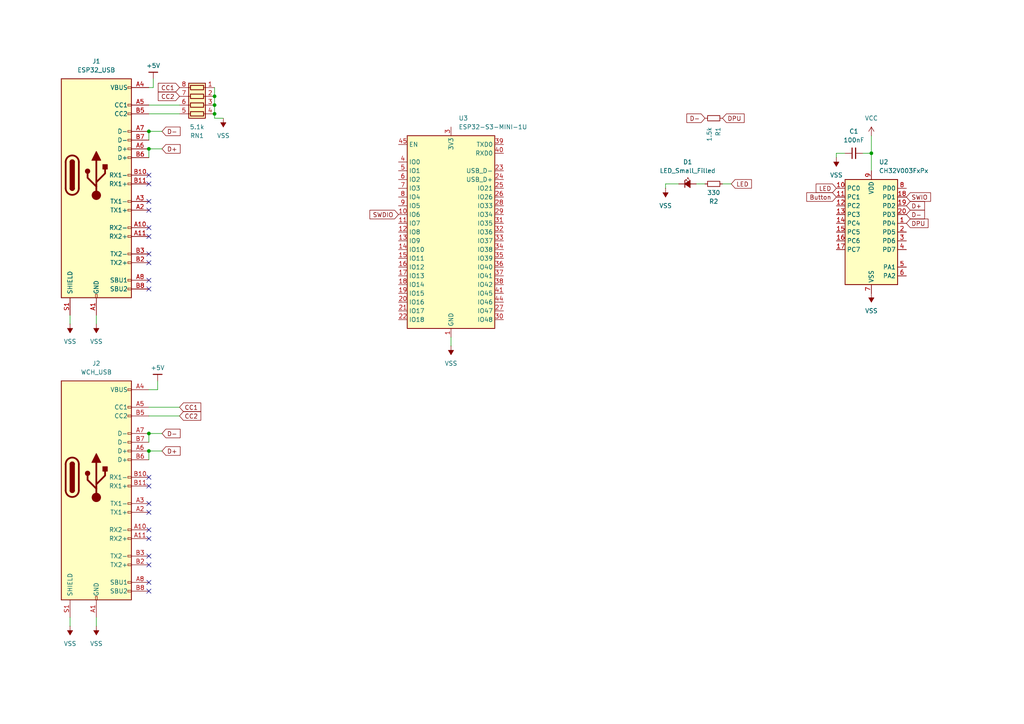
<source format=kicad_sch>
(kicad_sch
	(version 20231120)
	(generator "eeschema")
	(generator_version "8.0")
	(uuid "f6a218b5-8d31-4cf3-940b-95f14b667bd1")
	(paper "A4")
	(lib_symbols
		(symbol "Connector:USB_C_Receptacle"
			(pin_names
				(offset 1.016)
			)
			(exclude_from_sim no)
			(in_bom yes)
			(on_board yes)
			(property "Reference" "J"
				(at -10.16 29.21 0)
				(effects
					(font
						(size 1.27 1.27)
					)
					(justify left)
				)
			)
			(property "Value" "USB_C_Receptacle"
				(at 10.16 29.21 0)
				(effects
					(font
						(size 1.27 1.27)
					)
					(justify right)
				)
			)
			(property "Footprint" ""
				(at 3.81 0 0)
				(effects
					(font
						(size 1.27 1.27)
					)
					(hide yes)
				)
			)
			(property "Datasheet" "https://www.usb.org/sites/default/files/documents/usb_type-c.zip"
				(at 3.81 0 0)
				(effects
					(font
						(size 1.27 1.27)
					)
					(hide yes)
				)
			)
			(property "Description" "USB Full-Featured Type-C Receptacle connector"
				(at 0 0 0)
				(effects
					(font
						(size 1.27 1.27)
					)
					(hide yes)
				)
			)
			(property "ki_keywords" "usb universal serial bus type-C full-featured"
				(at 0 0 0)
				(effects
					(font
						(size 1.27 1.27)
					)
					(hide yes)
				)
			)
			(property "ki_fp_filters" "USB*C*Receptacle*"
				(at 0 0 0)
				(effects
					(font
						(size 1.27 1.27)
					)
					(hide yes)
				)
			)
			(symbol "USB_C_Receptacle_0_0"
				(rectangle
					(start -0.254 -35.56)
					(end 0.254 -34.544)
					(stroke
						(width 0)
						(type default)
					)
					(fill
						(type none)
					)
				)
				(rectangle
					(start 10.16 -32.766)
					(end 9.144 -33.274)
					(stroke
						(width 0)
						(type default)
					)
					(fill
						(type none)
					)
				)
				(rectangle
					(start 10.16 -30.226)
					(end 9.144 -30.734)
					(stroke
						(width 0)
						(type default)
					)
					(fill
						(type none)
					)
				)
				(rectangle
					(start 10.16 -25.146)
					(end 9.144 -25.654)
					(stroke
						(width 0)
						(type default)
					)
					(fill
						(type none)
					)
				)
				(rectangle
					(start 10.16 -22.606)
					(end 9.144 -23.114)
					(stroke
						(width 0)
						(type default)
					)
					(fill
						(type none)
					)
				)
				(rectangle
					(start 10.16 -17.526)
					(end 9.144 -18.034)
					(stroke
						(width 0)
						(type default)
					)
					(fill
						(type none)
					)
				)
				(rectangle
					(start 10.16 -14.986)
					(end 9.144 -15.494)
					(stroke
						(width 0)
						(type default)
					)
					(fill
						(type none)
					)
				)
				(rectangle
					(start 10.16 -9.906)
					(end 9.144 -10.414)
					(stroke
						(width 0)
						(type default)
					)
					(fill
						(type none)
					)
				)
				(rectangle
					(start 10.16 -7.366)
					(end 9.144 -7.874)
					(stroke
						(width 0)
						(type default)
					)
					(fill
						(type none)
					)
				)
				(rectangle
					(start 10.16 -2.286)
					(end 9.144 -2.794)
					(stroke
						(width 0)
						(type default)
					)
					(fill
						(type none)
					)
				)
				(rectangle
					(start 10.16 0.254)
					(end 9.144 -0.254)
					(stroke
						(width 0)
						(type default)
					)
					(fill
						(type none)
					)
				)
				(rectangle
					(start 10.16 5.334)
					(end 9.144 4.826)
					(stroke
						(width 0)
						(type default)
					)
					(fill
						(type none)
					)
				)
				(rectangle
					(start 10.16 7.874)
					(end 9.144 7.366)
					(stroke
						(width 0)
						(type default)
					)
					(fill
						(type none)
					)
				)
				(rectangle
					(start 10.16 10.414)
					(end 9.144 9.906)
					(stroke
						(width 0)
						(type default)
					)
					(fill
						(type none)
					)
				)
				(rectangle
					(start 10.16 12.954)
					(end 9.144 12.446)
					(stroke
						(width 0)
						(type default)
					)
					(fill
						(type none)
					)
				)
				(rectangle
					(start 10.16 18.034)
					(end 9.144 17.526)
					(stroke
						(width 0)
						(type default)
					)
					(fill
						(type none)
					)
				)
				(rectangle
					(start 10.16 20.574)
					(end 9.144 20.066)
					(stroke
						(width 0)
						(type default)
					)
					(fill
						(type none)
					)
				)
				(rectangle
					(start 10.16 25.654)
					(end 9.144 25.146)
					(stroke
						(width 0)
						(type default)
					)
					(fill
						(type none)
					)
				)
			)
			(symbol "USB_C_Receptacle_0_1"
				(rectangle
					(start -10.16 27.94)
					(end 10.16 -35.56)
					(stroke
						(width 0.254)
						(type default)
					)
					(fill
						(type background)
					)
				)
				(arc
					(start -8.89 -3.81)
					(mid -6.985 -5.7067)
					(end -5.08 -3.81)
					(stroke
						(width 0.508)
						(type default)
					)
					(fill
						(type none)
					)
				)
				(arc
					(start -7.62 -3.81)
					(mid -6.985 -4.4423)
					(end -6.35 -3.81)
					(stroke
						(width 0.254)
						(type default)
					)
					(fill
						(type none)
					)
				)
				(arc
					(start -7.62 -3.81)
					(mid -6.985 -4.4423)
					(end -6.35 -3.81)
					(stroke
						(width 0.254)
						(type default)
					)
					(fill
						(type outline)
					)
				)
				(rectangle
					(start -7.62 -3.81)
					(end -6.35 3.81)
					(stroke
						(width 0.254)
						(type default)
					)
					(fill
						(type outline)
					)
				)
				(arc
					(start -6.35 3.81)
					(mid -6.985 4.4423)
					(end -7.62 3.81)
					(stroke
						(width 0.254)
						(type default)
					)
					(fill
						(type none)
					)
				)
				(arc
					(start -6.35 3.81)
					(mid -6.985 4.4423)
					(end -7.62 3.81)
					(stroke
						(width 0.254)
						(type default)
					)
					(fill
						(type outline)
					)
				)
				(arc
					(start -5.08 3.81)
					(mid -6.985 5.7067)
					(end -8.89 3.81)
					(stroke
						(width 0.508)
						(type default)
					)
					(fill
						(type none)
					)
				)
				(polyline
					(pts
						(xy -8.89 -3.81) (xy -8.89 3.81)
					)
					(stroke
						(width 0.508)
						(type default)
					)
					(fill
						(type none)
					)
				)
				(polyline
					(pts
						(xy -5.08 3.81) (xy -5.08 -3.81)
					)
					(stroke
						(width 0.508)
						(type default)
					)
					(fill
						(type none)
					)
				)
			)
			(symbol "USB_C_Receptacle_1_1"
				(circle
					(center -2.54 1.143)
					(radius 0.635)
					(stroke
						(width 0.254)
						(type default)
					)
					(fill
						(type outline)
					)
				)
				(circle
					(center 0 -5.842)
					(radius 1.27)
					(stroke
						(width 0)
						(type default)
					)
					(fill
						(type outline)
					)
				)
				(polyline
					(pts
						(xy 0 -5.842) (xy 0 4.318)
					)
					(stroke
						(width 0.508)
						(type default)
					)
					(fill
						(type none)
					)
				)
				(polyline
					(pts
						(xy 0 -3.302) (xy -2.54 -0.762) (xy -2.54 0.508)
					)
					(stroke
						(width 0.508)
						(type default)
					)
					(fill
						(type none)
					)
				)
				(polyline
					(pts
						(xy 0 -2.032) (xy 2.54 0.508) (xy 2.54 1.778)
					)
					(stroke
						(width 0.508)
						(type default)
					)
					(fill
						(type none)
					)
				)
				(polyline
					(pts
						(xy -1.27 4.318) (xy 0 6.858) (xy 1.27 4.318) (xy -1.27 4.318)
					)
					(stroke
						(width 0.254)
						(type default)
					)
					(fill
						(type outline)
					)
				)
				(rectangle
					(start 1.905 1.778)
					(end 3.175 3.048)
					(stroke
						(width 0.254)
						(type default)
					)
					(fill
						(type outline)
					)
				)
				(pin passive line
					(at 0 -40.64 90)
					(length 5.08)
					(name "GND"
						(effects
							(font
								(size 1.27 1.27)
							)
						)
					)
					(number "A1"
						(effects
							(font
								(size 1.27 1.27)
							)
						)
					)
				)
				(pin bidirectional line
					(at 15.24 -15.24 180)
					(length 5.08)
					(name "RX2-"
						(effects
							(font
								(size 1.27 1.27)
							)
						)
					)
					(number "A10"
						(effects
							(font
								(size 1.27 1.27)
							)
						)
					)
				)
				(pin bidirectional line
					(at 15.24 -17.78 180)
					(length 5.08)
					(name "RX2+"
						(effects
							(font
								(size 1.27 1.27)
							)
						)
					)
					(number "A11"
						(effects
							(font
								(size 1.27 1.27)
							)
						)
					)
				)
				(pin passive line
					(at 0 -40.64 90)
					(length 5.08) hide
					(name "GND"
						(effects
							(font
								(size 1.27 1.27)
							)
						)
					)
					(number "A12"
						(effects
							(font
								(size 1.27 1.27)
							)
						)
					)
				)
				(pin bidirectional line
					(at 15.24 -10.16 180)
					(length 5.08)
					(name "TX1+"
						(effects
							(font
								(size 1.27 1.27)
							)
						)
					)
					(number "A2"
						(effects
							(font
								(size 1.27 1.27)
							)
						)
					)
				)
				(pin bidirectional line
					(at 15.24 -7.62 180)
					(length 5.08)
					(name "TX1-"
						(effects
							(font
								(size 1.27 1.27)
							)
						)
					)
					(number "A3"
						(effects
							(font
								(size 1.27 1.27)
							)
						)
					)
				)
				(pin passive line
					(at 15.24 25.4 180)
					(length 5.08)
					(name "VBUS"
						(effects
							(font
								(size 1.27 1.27)
							)
						)
					)
					(number "A4"
						(effects
							(font
								(size 1.27 1.27)
							)
						)
					)
				)
				(pin bidirectional line
					(at 15.24 20.32 180)
					(length 5.08)
					(name "CC1"
						(effects
							(font
								(size 1.27 1.27)
							)
						)
					)
					(number "A5"
						(effects
							(font
								(size 1.27 1.27)
							)
						)
					)
				)
				(pin bidirectional line
					(at 15.24 7.62 180)
					(length 5.08)
					(name "D+"
						(effects
							(font
								(size 1.27 1.27)
							)
						)
					)
					(number "A6"
						(effects
							(font
								(size 1.27 1.27)
							)
						)
					)
				)
				(pin bidirectional line
					(at 15.24 12.7 180)
					(length 5.08)
					(name "D-"
						(effects
							(font
								(size 1.27 1.27)
							)
						)
					)
					(number "A7"
						(effects
							(font
								(size 1.27 1.27)
							)
						)
					)
				)
				(pin bidirectional line
					(at 15.24 -30.48 180)
					(length 5.08)
					(name "SBU1"
						(effects
							(font
								(size 1.27 1.27)
							)
						)
					)
					(number "A8"
						(effects
							(font
								(size 1.27 1.27)
							)
						)
					)
				)
				(pin passive line
					(at 15.24 25.4 180)
					(length 5.08) hide
					(name "VBUS"
						(effects
							(font
								(size 1.27 1.27)
							)
						)
					)
					(number "A9"
						(effects
							(font
								(size 1.27 1.27)
							)
						)
					)
				)
				(pin passive line
					(at 0 -40.64 90)
					(length 5.08) hide
					(name "GND"
						(effects
							(font
								(size 1.27 1.27)
							)
						)
					)
					(number "B1"
						(effects
							(font
								(size 1.27 1.27)
							)
						)
					)
				)
				(pin bidirectional line
					(at 15.24 0 180)
					(length 5.08)
					(name "RX1-"
						(effects
							(font
								(size 1.27 1.27)
							)
						)
					)
					(number "B10"
						(effects
							(font
								(size 1.27 1.27)
							)
						)
					)
				)
				(pin bidirectional line
					(at 15.24 -2.54 180)
					(length 5.08)
					(name "RX1+"
						(effects
							(font
								(size 1.27 1.27)
							)
						)
					)
					(number "B11"
						(effects
							(font
								(size 1.27 1.27)
							)
						)
					)
				)
				(pin passive line
					(at 0 -40.64 90)
					(length 5.08) hide
					(name "GND"
						(effects
							(font
								(size 1.27 1.27)
							)
						)
					)
					(number "B12"
						(effects
							(font
								(size 1.27 1.27)
							)
						)
					)
				)
				(pin bidirectional line
					(at 15.24 -25.4 180)
					(length 5.08)
					(name "TX2+"
						(effects
							(font
								(size 1.27 1.27)
							)
						)
					)
					(number "B2"
						(effects
							(font
								(size 1.27 1.27)
							)
						)
					)
				)
				(pin bidirectional line
					(at 15.24 -22.86 180)
					(length 5.08)
					(name "TX2-"
						(effects
							(font
								(size 1.27 1.27)
							)
						)
					)
					(number "B3"
						(effects
							(font
								(size 1.27 1.27)
							)
						)
					)
				)
				(pin passive line
					(at 15.24 25.4 180)
					(length 5.08) hide
					(name "VBUS"
						(effects
							(font
								(size 1.27 1.27)
							)
						)
					)
					(number "B4"
						(effects
							(font
								(size 1.27 1.27)
							)
						)
					)
				)
				(pin bidirectional line
					(at 15.24 17.78 180)
					(length 5.08)
					(name "CC2"
						(effects
							(font
								(size 1.27 1.27)
							)
						)
					)
					(number "B5"
						(effects
							(font
								(size 1.27 1.27)
							)
						)
					)
				)
				(pin bidirectional line
					(at 15.24 5.08 180)
					(length 5.08)
					(name "D+"
						(effects
							(font
								(size 1.27 1.27)
							)
						)
					)
					(number "B6"
						(effects
							(font
								(size 1.27 1.27)
							)
						)
					)
				)
				(pin bidirectional line
					(at 15.24 10.16 180)
					(length 5.08)
					(name "D-"
						(effects
							(font
								(size 1.27 1.27)
							)
						)
					)
					(number "B7"
						(effects
							(font
								(size 1.27 1.27)
							)
						)
					)
				)
				(pin bidirectional line
					(at 15.24 -33.02 180)
					(length 5.08)
					(name "SBU2"
						(effects
							(font
								(size 1.27 1.27)
							)
						)
					)
					(number "B8"
						(effects
							(font
								(size 1.27 1.27)
							)
						)
					)
				)
				(pin passive line
					(at 15.24 25.4 180)
					(length 5.08) hide
					(name "VBUS"
						(effects
							(font
								(size 1.27 1.27)
							)
						)
					)
					(number "B9"
						(effects
							(font
								(size 1.27 1.27)
							)
						)
					)
				)
				(pin passive line
					(at -7.62 -40.64 90)
					(length 5.08)
					(name "SHIELD"
						(effects
							(font
								(size 1.27 1.27)
							)
						)
					)
					(number "S1"
						(effects
							(font
								(size 1.27 1.27)
							)
						)
					)
				)
			)
		)
		(symbol "Device:C_Small"
			(pin_numbers hide)
			(pin_names
				(offset 0.254) hide)
			(exclude_from_sim no)
			(in_bom yes)
			(on_board yes)
			(property "Reference" "C"
				(at 0.254 1.778 0)
				(effects
					(font
						(size 1.27 1.27)
					)
					(justify left)
				)
			)
			(property "Value" "C_Small"
				(at 0.254 -2.032 0)
				(effects
					(font
						(size 1.27 1.27)
					)
					(justify left)
				)
			)
			(property "Footprint" ""
				(at 0 0 0)
				(effects
					(font
						(size 1.27 1.27)
					)
					(hide yes)
				)
			)
			(property "Datasheet" "~"
				(at 0 0 0)
				(effects
					(font
						(size 1.27 1.27)
					)
					(hide yes)
				)
			)
			(property "Description" "Unpolarized capacitor, small symbol"
				(at 0 0 0)
				(effects
					(font
						(size 1.27 1.27)
					)
					(hide yes)
				)
			)
			(property "ki_keywords" "capacitor cap"
				(at 0 0 0)
				(effects
					(font
						(size 1.27 1.27)
					)
					(hide yes)
				)
			)
			(property "ki_fp_filters" "C_*"
				(at 0 0 0)
				(effects
					(font
						(size 1.27 1.27)
					)
					(hide yes)
				)
			)
			(symbol "C_Small_0_1"
				(polyline
					(pts
						(xy -1.524 -0.508) (xy 1.524 -0.508)
					)
					(stroke
						(width 0.3302)
						(type default)
					)
					(fill
						(type none)
					)
				)
				(polyline
					(pts
						(xy -1.524 0.508) (xy 1.524 0.508)
					)
					(stroke
						(width 0.3048)
						(type default)
					)
					(fill
						(type none)
					)
				)
			)
			(symbol "C_Small_1_1"
				(pin passive line
					(at 0 2.54 270)
					(length 2.032)
					(name "~"
						(effects
							(font
								(size 1.27 1.27)
							)
						)
					)
					(number "1"
						(effects
							(font
								(size 1.27 1.27)
							)
						)
					)
				)
				(pin passive line
					(at 0 -2.54 90)
					(length 2.032)
					(name "~"
						(effects
							(font
								(size 1.27 1.27)
							)
						)
					)
					(number "2"
						(effects
							(font
								(size 1.27 1.27)
							)
						)
					)
				)
			)
		)
		(symbol "Device:LED_Small_Filled"
			(pin_numbers hide)
			(pin_names
				(offset 0.254) hide)
			(exclude_from_sim no)
			(in_bom yes)
			(on_board yes)
			(property "Reference" "D"
				(at -1.27 3.175 0)
				(effects
					(font
						(size 1.27 1.27)
					)
					(justify left)
				)
			)
			(property "Value" "LED_Small_Filled"
				(at -4.445 -2.54 0)
				(effects
					(font
						(size 1.27 1.27)
					)
					(justify left)
				)
			)
			(property "Footprint" ""
				(at 0 0 90)
				(effects
					(font
						(size 1.27 1.27)
					)
					(hide yes)
				)
			)
			(property "Datasheet" "~"
				(at 0 0 90)
				(effects
					(font
						(size 1.27 1.27)
					)
					(hide yes)
				)
			)
			(property "Description" "Light emitting diode, small symbol, filled shape"
				(at 0 0 0)
				(effects
					(font
						(size 1.27 1.27)
					)
					(hide yes)
				)
			)
			(property "ki_keywords" "LED diode light-emitting-diode"
				(at 0 0 0)
				(effects
					(font
						(size 1.27 1.27)
					)
					(hide yes)
				)
			)
			(property "ki_fp_filters" "LED* LED_SMD:* LED_THT:*"
				(at 0 0 0)
				(effects
					(font
						(size 1.27 1.27)
					)
					(hide yes)
				)
			)
			(symbol "LED_Small_Filled_0_1"
				(polyline
					(pts
						(xy -0.762 -1.016) (xy -0.762 1.016)
					)
					(stroke
						(width 0.254)
						(type default)
					)
					(fill
						(type none)
					)
				)
				(polyline
					(pts
						(xy 1.016 0) (xy -0.762 0)
					)
					(stroke
						(width 0)
						(type default)
					)
					(fill
						(type none)
					)
				)
				(polyline
					(pts
						(xy 0.762 -1.016) (xy -0.762 0) (xy 0.762 1.016) (xy 0.762 -1.016)
					)
					(stroke
						(width 0.254)
						(type default)
					)
					(fill
						(type outline)
					)
				)
				(polyline
					(pts
						(xy 0 0.762) (xy -0.508 1.27) (xy -0.254 1.27) (xy -0.508 1.27) (xy -0.508 1.016)
					)
					(stroke
						(width 0)
						(type default)
					)
					(fill
						(type none)
					)
				)
				(polyline
					(pts
						(xy 0.508 1.27) (xy 0 1.778) (xy 0.254 1.778) (xy 0 1.778) (xy 0 1.524)
					)
					(stroke
						(width 0)
						(type default)
					)
					(fill
						(type none)
					)
				)
			)
			(symbol "LED_Small_Filled_1_1"
				(pin passive line
					(at -2.54 0 0)
					(length 1.778)
					(name "K"
						(effects
							(font
								(size 1.27 1.27)
							)
						)
					)
					(number "1"
						(effects
							(font
								(size 1.27 1.27)
							)
						)
					)
				)
				(pin passive line
					(at 2.54 0 180)
					(length 1.778)
					(name "A"
						(effects
							(font
								(size 1.27 1.27)
							)
						)
					)
					(number "2"
						(effects
							(font
								(size 1.27 1.27)
							)
						)
					)
				)
			)
		)
		(symbol "Device:R_Pack04"
			(pin_names
				(offset 0) hide)
			(exclude_from_sim no)
			(in_bom yes)
			(on_board yes)
			(property "Reference" "RN"
				(at -7.62 0 90)
				(effects
					(font
						(size 1.27 1.27)
					)
				)
			)
			(property "Value" "R_Pack04"
				(at 5.08 0 90)
				(effects
					(font
						(size 1.27 1.27)
					)
				)
			)
			(property "Footprint" ""
				(at 6.985 0 90)
				(effects
					(font
						(size 1.27 1.27)
					)
					(hide yes)
				)
			)
			(property "Datasheet" "~"
				(at 0 0 0)
				(effects
					(font
						(size 1.27 1.27)
					)
					(hide yes)
				)
			)
			(property "Description" "4 resistor network, parallel topology"
				(at 0 0 0)
				(effects
					(font
						(size 1.27 1.27)
					)
					(hide yes)
				)
			)
			(property "ki_keywords" "R network parallel topology isolated"
				(at 0 0 0)
				(effects
					(font
						(size 1.27 1.27)
					)
					(hide yes)
				)
			)
			(property "ki_fp_filters" "DIP* SOIC* R*Array*Concave* R*Array*Convex*"
				(at 0 0 0)
				(effects
					(font
						(size 1.27 1.27)
					)
					(hide yes)
				)
			)
			(symbol "R_Pack04_0_1"
				(rectangle
					(start -6.35 -2.413)
					(end 3.81 2.413)
					(stroke
						(width 0.254)
						(type default)
					)
					(fill
						(type background)
					)
				)
				(rectangle
					(start -5.715 1.905)
					(end -4.445 -1.905)
					(stroke
						(width 0.254)
						(type default)
					)
					(fill
						(type none)
					)
				)
				(rectangle
					(start -3.175 1.905)
					(end -1.905 -1.905)
					(stroke
						(width 0.254)
						(type default)
					)
					(fill
						(type none)
					)
				)
				(rectangle
					(start -0.635 1.905)
					(end 0.635 -1.905)
					(stroke
						(width 0.254)
						(type default)
					)
					(fill
						(type none)
					)
				)
				(polyline
					(pts
						(xy -5.08 -2.54) (xy -5.08 -1.905)
					)
					(stroke
						(width 0)
						(type default)
					)
					(fill
						(type none)
					)
				)
				(polyline
					(pts
						(xy -5.08 1.905) (xy -5.08 2.54)
					)
					(stroke
						(width 0)
						(type default)
					)
					(fill
						(type none)
					)
				)
				(polyline
					(pts
						(xy -2.54 -2.54) (xy -2.54 -1.905)
					)
					(stroke
						(width 0)
						(type default)
					)
					(fill
						(type none)
					)
				)
				(polyline
					(pts
						(xy -2.54 1.905) (xy -2.54 2.54)
					)
					(stroke
						(width 0)
						(type default)
					)
					(fill
						(type none)
					)
				)
				(polyline
					(pts
						(xy 0 -2.54) (xy 0 -1.905)
					)
					(stroke
						(width 0)
						(type default)
					)
					(fill
						(type none)
					)
				)
				(polyline
					(pts
						(xy 0 1.905) (xy 0 2.54)
					)
					(stroke
						(width 0)
						(type default)
					)
					(fill
						(type none)
					)
				)
				(polyline
					(pts
						(xy 2.54 -2.54) (xy 2.54 -1.905)
					)
					(stroke
						(width 0)
						(type default)
					)
					(fill
						(type none)
					)
				)
				(polyline
					(pts
						(xy 2.54 1.905) (xy 2.54 2.54)
					)
					(stroke
						(width 0)
						(type default)
					)
					(fill
						(type none)
					)
				)
				(rectangle
					(start 1.905 1.905)
					(end 3.175 -1.905)
					(stroke
						(width 0.254)
						(type default)
					)
					(fill
						(type none)
					)
				)
			)
			(symbol "R_Pack04_1_1"
				(pin passive line
					(at -5.08 -5.08 90)
					(length 2.54)
					(name "R1.1"
						(effects
							(font
								(size 1.27 1.27)
							)
						)
					)
					(number "1"
						(effects
							(font
								(size 1.27 1.27)
							)
						)
					)
				)
				(pin passive line
					(at -2.54 -5.08 90)
					(length 2.54)
					(name "R2.1"
						(effects
							(font
								(size 1.27 1.27)
							)
						)
					)
					(number "2"
						(effects
							(font
								(size 1.27 1.27)
							)
						)
					)
				)
				(pin passive line
					(at 0 -5.08 90)
					(length 2.54)
					(name "R3.1"
						(effects
							(font
								(size 1.27 1.27)
							)
						)
					)
					(number "3"
						(effects
							(font
								(size 1.27 1.27)
							)
						)
					)
				)
				(pin passive line
					(at 2.54 -5.08 90)
					(length 2.54)
					(name "R4.1"
						(effects
							(font
								(size 1.27 1.27)
							)
						)
					)
					(number "4"
						(effects
							(font
								(size 1.27 1.27)
							)
						)
					)
				)
				(pin passive line
					(at 2.54 5.08 270)
					(length 2.54)
					(name "R4.2"
						(effects
							(font
								(size 1.27 1.27)
							)
						)
					)
					(number "5"
						(effects
							(font
								(size 1.27 1.27)
							)
						)
					)
				)
				(pin passive line
					(at 0 5.08 270)
					(length 2.54)
					(name "R3.2"
						(effects
							(font
								(size 1.27 1.27)
							)
						)
					)
					(number "6"
						(effects
							(font
								(size 1.27 1.27)
							)
						)
					)
				)
				(pin passive line
					(at -2.54 5.08 270)
					(length 2.54)
					(name "R2.2"
						(effects
							(font
								(size 1.27 1.27)
							)
						)
					)
					(number "7"
						(effects
							(font
								(size 1.27 1.27)
							)
						)
					)
				)
				(pin passive line
					(at -5.08 5.08 270)
					(length 2.54)
					(name "R1.2"
						(effects
							(font
								(size 1.27 1.27)
							)
						)
					)
					(number "8"
						(effects
							(font
								(size 1.27 1.27)
							)
						)
					)
				)
			)
		)
		(symbol "Device:R_Small"
			(pin_numbers hide)
			(pin_names
				(offset 0.254) hide)
			(exclude_from_sim no)
			(in_bom yes)
			(on_board yes)
			(property "Reference" "R"
				(at 0.762 0.508 0)
				(effects
					(font
						(size 1.27 1.27)
					)
					(justify left)
				)
			)
			(property "Value" "R_Small"
				(at 0.762 -1.016 0)
				(effects
					(font
						(size 1.27 1.27)
					)
					(justify left)
				)
			)
			(property "Footprint" ""
				(at 0 0 0)
				(effects
					(font
						(size 1.27 1.27)
					)
					(hide yes)
				)
			)
			(property "Datasheet" "~"
				(at 0 0 0)
				(effects
					(font
						(size 1.27 1.27)
					)
					(hide yes)
				)
			)
			(property "Description" "Resistor, small symbol"
				(at 0 0 0)
				(effects
					(font
						(size 1.27 1.27)
					)
					(hide yes)
				)
			)
			(property "ki_keywords" "R resistor"
				(at 0 0 0)
				(effects
					(font
						(size 1.27 1.27)
					)
					(hide yes)
				)
			)
			(property "ki_fp_filters" "R_*"
				(at 0 0 0)
				(effects
					(font
						(size 1.27 1.27)
					)
					(hide yes)
				)
			)
			(symbol "R_Small_0_1"
				(rectangle
					(start -0.762 1.778)
					(end 0.762 -1.778)
					(stroke
						(width 0.2032)
						(type default)
					)
					(fill
						(type none)
					)
				)
			)
			(symbol "R_Small_1_1"
				(pin passive line
					(at 0 2.54 270)
					(length 0.762)
					(name "~"
						(effects
							(font
								(size 1.27 1.27)
							)
						)
					)
					(number "1"
						(effects
							(font
								(size 1.27 1.27)
							)
						)
					)
				)
				(pin passive line
					(at 0 -2.54 90)
					(length 0.762)
					(name "~"
						(effects
							(font
								(size 1.27 1.27)
							)
						)
					)
					(number "2"
						(effects
							(font
								(size 1.27 1.27)
							)
						)
					)
				)
			)
		)
		(symbol "MCU_WCH_CH32V0:CH32V003FxPx"
			(exclude_from_sim no)
			(in_bom yes)
			(on_board yes)
			(property "Reference" "U"
				(at -7.62 17.78 0)
				(effects
					(font
						(size 1.27 1.27)
					)
				)
			)
			(property "Value" "CH32V003FxPx"
				(at 7.62 17.78 0)
				(effects
					(font
						(size 1.27 1.27)
					)
				)
			)
			(property "Footprint" "Package_SO:TSSOP-20_4.4x6.5mm_P0.65mm"
				(at -1.27 0 0)
				(effects
					(font
						(size 1.27 1.27)
					)
					(hide yes)
				)
			)
			(property "Datasheet" "https://www.wch-ic.com/products/CH32V003.html"
				(at -1.27 0 0)
				(effects
					(font
						(size 1.27 1.27)
					)
					(hide yes)
				)
			)
			(property "Description" "CH32V003 series are industrial-grade general-purpose microcontrollers designed based on 32-bit RISC-V instruction set and architecture. It adopts QingKe V2A core, RV32EC instruction set, and supports 2 levels of interrupt nesting. The series are mounted with rich peripheral interfaces and function modules. Its internal organizational structure meets the low-cost and low-power embedded application scenarios."
				(at 0 0 0)
				(effects
					(font
						(size 1.27 1.27)
					)
					(hide yes)
				)
			)
			(property "ki_keywords" "microcontroller wch RISC-V"
				(at 0 0 0)
				(effects
					(font
						(size 1.27 1.27)
					)
					(hide yes)
				)
			)
			(property "ki_fp_filters" "TSSOP*4.4x6.5mm*P0.65mm*"
				(at 0 0 0)
				(effects
					(font
						(size 1.27 1.27)
					)
					(hide yes)
				)
			)
			(symbol "CH32V003FxPx_1_1"
				(rectangle
					(start -7.62 15.24)
					(end 7.62 -15.24)
					(stroke
						(width 0.254)
						(type default)
					)
					(fill
						(type background)
					)
				)
				(pin bidirectional line
					(at 10.16 2.54 180)
					(length 2.54)
					(name "PD4"
						(effects
							(font
								(size 1.27 1.27)
							)
						)
					)
					(number "1"
						(effects
							(font
								(size 1.27 1.27)
							)
						)
					)
					(alternate "A7" bidirectional line)
					(alternate "OPO" bidirectional line)
					(alternate "T1CH4_3" bidirectional line)
					(alternate "T2CH1ETR" bidirectional line)
					(alternate "TIETR_2" bidirectional line)
					(alternate "UCK" bidirectional line)
				)
				(pin bidirectional line
					(at -10.16 12.7 0)
					(length 2.54)
					(name "PC0"
						(effects
							(font
								(size 1.27 1.27)
							)
						)
					)
					(number "10"
						(effects
							(font
								(size 1.27 1.27)
							)
						)
					)
					(alternate "NSS_1" bidirectional line)
					(alternate "T1CH3_1" bidirectional line)
					(alternate "T2CH3" bidirectional line)
					(alternate "T2CH3_2" bidirectional line)
					(alternate "UTX_3" bidirectional line)
				)
				(pin bidirectional line
					(at -10.16 10.16 0)
					(length 2.54)
					(name "PC1"
						(effects
							(font
								(size 1.27 1.27)
							)
						)
					)
					(number "11"
						(effects
							(font
								(size 1.27 1.27)
							)
						)
					)
					(alternate "NSS" bidirectional line)
					(alternate "SDA" bidirectional line)
					(alternate "T1BKIN_1" bidirectional line)
					(alternate "T1BKIN_3" bidirectional line)
					(alternate "T2CH1ETR_2" bidirectional line)
					(alternate "T2CH1ETR_3" bidirectional line)
					(alternate "T2CH4_1" bidirectional line)
					(alternate "URX_3" bidirectional line)
				)
				(pin bidirectional line
					(at -10.16 7.62 0)
					(length 2.54)
					(name "PC2"
						(effects
							(font
								(size 1.27 1.27)
							)
						)
					)
					(number "12"
						(effects
							(font
								(size 1.27 1.27)
							)
						)
					)
					(alternate "AETR_1" bidirectional line)
					(alternate "SCL" bidirectional line)
					(alternate "T1BKIN" bidirectional line)
					(alternate "T1BKIN_2" bidirectional line)
					(alternate "T1ETR_3" bidirectional line)
					(alternate "T2CH2_1" bidirectional line)
					(alternate "URTS" bidirectional line)
					(alternate "URTS_1" bidirectional line)
				)
				(pin bidirectional line
					(at -10.16 5.08 0)
					(length 2.54)
					(name "PC3"
						(effects
							(font
								(size 1.27 1.27)
							)
						)
					)
					(number "13"
						(effects
							(font
								(size 1.27 1.27)
							)
						)
					)
					(alternate "T1CH1N_1" bidirectional line)
					(alternate "T1CH1N_3" bidirectional line)
					(alternate "T1CH3" bidirectional line)
					(alternate "T1CH3_2" bidirectional line)
					(alternate "UCTS_1" bidirectional line)
				)
				(pin bidirectional line
					(at -10.16 2.54 0)
					(length 2.54)
					(name "PC4"
						(effects
							(font
								(size 1.27 1.27)
							)
						)
					)
					(number "14"
						(effects
							(font
								(size 1.27 1.27)
							)
						)
					)
					(alternate "A2" bidirectional line)
					(alternate "MCO" bidirectional line)
					(alternate "T1CH1_3" bidirectional line)
					(alternate "T1CH2N_1" bidirectional line)
					(alternate "T1CH4" bidirectional line)
					(alternate "T1CH4_2" bidirectional line)
				)
				(pin bidirectional line
					(at -10.16 0 0)
					(length 2.54)
					(name "PC5"
						(effects
							(font
								(size 1.27 1.27)
							)
						)
					)
					(number "15"
						(effects
							(font
								(size 1.27 1.27)
							)
						)
					)
					(alternate "SCK" bidirectional line)
					(alternate "SCK_1" bidirectional line)
					(alternate "SCL_2" bidirectional line)
					(alternate "SCL_3" bidirectional line)
					(alternate "T1CH3_3" bidirectional line)
					(alternate "T1ETR" bidirectional line)
					(alternate "T1ETR_1" bidirectional line)
					(alternate "T2CH1ETR_1" bidirectional line)
					(alternate "UCK_3" bidirectional line)
				)
				(pin bidirectional line
					(at -10.16 -2.54 0)
					(length 2.54)
					(name "PC6"
						(effects
							(font
								(size 1.27 1.27)
							)
						)
					)
					(number "16"
						(effects
							(font
								(size 1.27 1.27)
							)
						)
					)
					(alternate "MOSI" bidirectional line)
					(alternate "MOSI_1" bidirectional line)
					(alternate "SDA_2" bidirectional line)
					(alternate "SDA_3" bidirectional line)
					(alternate "T1CH1_1" bidirectional line)
					(alternate "T1CH3N_3" bidirectional line)
					(alternate "UCTS_2" bidirectional line)
					(alternate "UCTS_3" bidirectional line)
				)
				(pin bidirectional line
					(at -10.16 -5.08 0)
					(length 2.54)
					(name "PC7"
						(effects
							(font
								(size 1.27 1.27)
							)
						)
					)
					(number "17"
						(effects
							(font
								(size 1.27 1.27)
							)
						)
					)
					(alternate "MISO" bidirectional line)
					(alternate "MISO_1" bidirectional line)
					(alternate "T1CH2_1" bidirectional line)
					(alternate "T1CH2_3" bidirectional line)
					(alternate "T2CH2_3" bidirectional line)
					(alternate "URTS_2" bidirectional line)
					(alternate "URTS_3" bidirectional line)
				)
				(pin bidirectional line
					(at 10.16 10.16 180)
					(length 2.54)
					(name "PD1"
						(effects
							(font
								(size 1.27 1.27)
							)
						)
					)
					(number "18"
						(effects
							(font
								(size 1.27 1.27)
							)
						)
					)
					(alternate "AETR2" bidirectional line)
					(alternate "SCL_1" bidirectional line)
					(alternate "SWIO" bidirectional line)
					(alternate "T1CH3N" bidirectional line)
					(alternate "T1CH3N_1" bidirectional line)
					(alternate "T1CH3N_2" bidirectional line)
					(alternate "URX_1" bidirectional line)
				)
				(pin bidirectional line
					(at 10.16 7.62 180)
					(length 2.54)
					(name "PD2"
						(effects
							(font
								(size 1.27 1.27)
							)
						)
					)
					(number "19"
						(effects
							(font
								(size 1.27 1.27)
							)
						)
					)
					(alternate "A3" bidirectional line)
					(alternate "T1CH1" bidirectional line)
					(alternate "T1CH1_2" bidirectional line)
					(alternate "T1CH2N_3" bidirectional line)
					(alternate "T2CH3_1" bidirectional line)
				)
				(pin bidirectional line
					(at 10.16 0 180)
					(length 2.54)
					(name "PD5"
						(effects
							(font
								(size 1.27 1.27)
							)
						)
					)
					(number "2"
						(effects
							(font
								(size 1.27 1.27)
							)
						)
					)
					(alternate "A5" bidirectional line)
					(alternate "T2CH4_3" bidirectional line)
					(alternate "URX_2" bidirectional line)
					(alternate "UTX" bidirectional line)
				)
				(pin bidirectional line
					(at 10.16 5.08 180)
					(length 2.54)
					(name "PD3"
						(effects
							(font
								(size 1.27 1.27)
							)
						)
					)
					(number "20"
						(effects
							(font
								(size 1.27 1.27)
							)
						)
					)
					(alternate "A4" bidirectional line)
					(alternate "AETR" bidirectional line)
					(alternate "T1CH4_1" bidirectional line)
					(alternate "T2CH2" bidirectional line)
					(alternate "T2CH2_2" bidirectional line)
					(alternate "UCTS" bidirectional line)
				)
				(pin bidirectional line
					(at 10.16 -2.54 180)
					(length 2.54)
					(name "PD6"
						(effects
							(font
								(size 1.27 1.27)
							)
						)
					)
					(number "3"
						(effects
							(font
								(size 1.27 1.27)
							)
						)
					)
					(alternate "A6" bidirectional line)
					(alternate "T2CH3_3" bidirectional line)
					(alternate "URX" bidirectional line)
					(alternate "UTX_2" bidirectional line)
				)
				(pin bidirectional line
					(at 10.16 -5.08 180)
					(length 2.54)
					(name "PD7"
						(effects
							(font
								(size 1.27 1.27)
							)
						)
					)
					(number "4"
						(effects
							(font
								(size 1.27 1.27)
							)
						)
					)
					(alternate "NRST" bidirectional line)
					(alternate "OPP1" bidirectional line)
					(alternate "T2CH4" bidirectional line)
					(alternate "T2CH4_2" bidirectional line)
					(alternate "UCK_1" bidirectional line)
					(alternate "UCK_2" bidirectional line)
				)
				(pin bidirectional line
					(at 10.16 -10.16 180)
					(length 2.54)
					(name "PA1"
						(effects
							(font
								(size 1.27 1.27)
							)
						)
					)
					(number "5"
						(effects
							(font
								(size 1.27 1.27)
							)
						)
					)
					(alternate "A1" bidirectional line)
					(alternate "OPN0" bidirectional line)
					(alternate "OSCI" bidirectional line)
					(alternate "T1CH2" bidirectional line)
					(alternate "T1CH2_2" bidirectional line)
				)
				(pin bidirectional line
					(at 10.16 -12.7 180)
					(length 2.54)
					(name "PA2"
						(effects
							(font
								(size 1.27 1.27)
							)
						)
					)
					(number "6"
						(effects
							(font
								(size 1.27 1.27)
							)
						)
					)
					(alternate "A0" bidirectional line)
					(alternate "AETR2_1" bidirectional line)
					(alternate "OPP0" bidirectional line)
					(alternate "OSCO" bidirectional line)
					(alternate "TICH2N" bidirectional line)
					(alternate "TICH2N_2" bidirectional line)
				)
				(pin power_in line
					(at 0 -17.78 90)
					(length 2.54)
					(name "VSS"
						(effects
							(font
								(size 1.27 1.27)
							)
						)
					)
					(number "7"
						(effects
							(font
								(size 1.27 1.27)
							)
						)
					)
				)
				(pin bidirectional line
					(at 10.16 12.7 180)
					(length 2.54)
					(name "PD0"
						(effects
							(font
								(size 1.27 1.27)
							)
						)
					)
					(number "8"
						(effects
							(font
								(size 1.27 1.27)
							)
						)
					)
					(alternate "OPN1" bidirectional line)
					(alternate "SDA_1" bidirectional line)
					(alternate "TICH1N" bidirectional line)
					(alternate "TICH1N_2" bidirectional line)
					(alternate "UTX_1" bidirectional line)
				)
				(pin power_in line
					(at 0 17.78 270)
					(length 2.54)
					(name "VDD"
						(effects
							(font
								(size 1.27 1.27)
							)
						)
					)
					(number "9"
						(effects
							(font
								(size 1.27 1.27)
							)
						)
					)
				)
			)
		)
		(symbol "RF_Module:ESP32-S3-MINI-1U"
			(exclude_from_sim no)
			(in_bom yes)
			(on_board yes)
			(property "Reference" "U"
				(at -11.43 29.21 0)
				(effects
					(font
						(size 1.27 1.27)
					)
				)
			)
			(property "Value" "ESP32-S3-MINI-1U"
				(at 12.7 29.21 0)
				(effects
					(font
						(size 1.27 1.27)
					)
				)
			)
			(property "Footprint" "RF_Module:ESP32-S2-MINI-1U"
				(at 16.51 -29.21 0)
				(effects
					(font
						(size 1.27 1.27)
					)
					(hide yes)
				)
			)
			(property "Datasheet" "https://www.espressif.com/sites/default/files/documentation/esp32-s3-mini-1_mini-1u_datasheet_en.pdf"
				(at 0 40.64 0)
				(effects
					(font
						(size 1.27 1.27)
					)
					(hide yes)
				)
			)
			(property "Description" "RF Module, ESP32-S3 SoC, Wi-Fi 802.11b/g/n, Bluetooth, BLE, 32-bit, 3.3V, SMD, external antenna"
				(at 0 43.18 0)
				(effects
					(font
						(size 1.27 1.27)
					)
					(hide yes)
				)
			)
			(property "ki_keywords" "RF Radio BT ESP ESP32-S3 Espressif"
				(at 0 0 0)
				(effects
					(font
						(size 1.27 1.27)
					)
					(hide yes)
				)
			)
			(property "ki_fp_filters" "ESP32?S*MINI?1U"
				(at 0 0 0)
				(effects
					(font
						(size 1.27 1.27)
					)
					(hide yes)
				)
			)
			(symbol "ESP32-S3-MINI-1U_0_1"
				(rectangle
					(start -12.7 27.94)
					(end 12.7 -27.94)
					(stroke
						(width 0.254)
						(type default)
					)
					(fill
						(type background)
					)
				)
			)
			(symbol "ESP32-S3-MINI-1U_1_1"
				(pin power_in line
					(at 0 -30.48 90)
					(length 2.54)
					(name "GND"
						(effects
							(font
								(size 1.27 1.27)
							)
						)
					)
					(number "1"
						(effects
							(font
								(size 1.27 1.27)
							)
						)
					)
				)
				(pin bidirectional line
					(at -15.24 5.08 0)
					(length 2.54)
					(name "IO6"
						(effects
							(font
								(size 1.27 1.27)
							)
						)
					)
					(number "10"
						(effects
							(font
								(size 1.27 1.27)
							)
						)
					)
				)
				(pin bidirectional line
					(at -15.24 2.54 0)
					(length 2.54)
					(name "IO7"
						(effects
							(font
								(size 1.27 1.27)
							)
						)
					)
					(number "11"
						(effects
							(font
								(size 1.27 1.27)
							)
						)
					)
				)
				(pin bidirectional line
					(at -15.24 0 0)
					(length 2.54)
					(name "IO8"
						(effects
							(font
								(size 1.27 1.27)
							)
						)
					)
					(number "12"
						(effects
							(font
								(size 1.27 1.27)
							)
						)
					)
				)
				(pin bidirectional line
					(at -15.24 -2.54 0)
					(length 2.54)
					(name "IO9"
						(effects
							(font
								(size 1.27 1.27)
							)
						)
					)
					(number "13"
						(effects
							(font
								(size 1.27 1.27)
							)
						)
					)
				)
				(pin bidirectional line
					(at -15.24 -5.08 0)
					(length 2.54)
					(name "IO10"
						(effects
							(font
								(size 1.27 1.27)
							)
						)
					)
					(number "14"
						(effects
							(font
								(size 1.27 1.27)
							)
						)
					)
				)
				(pin bidirectional line
					(at -15.24 -7.62 0)
					(length 2.54)
					(name "IO11"
						(effects
							(font
								(size 1.27 1.27)
							)
						)
					)
					(number "15"
						(effects
							(font
								(size 1.27 1.27)
							)
						)
					)
				)
				(pin bidirectional line
					(at -15.24 -10.16 0)
					(length 2.54)
					(name "IO12"
						(effects
							(font
								(size 1.27 1.27)
							)
						)
					)
					(number "16"
						(effects
							(font
								(size 1.27 1.27)
							)
						)
					)
				)
				(pin bidirectional line
					(at -15.24 -12.7 0)
					(length 2.54)
					(name "IO13"
						(effects
							(font
								(size 1.27 1.27)
							)
						)
					)
					(number "17"
						(effects
							(font
								(size 1.27 1.27)
							)
						)
					)
				)
				(pin bidirectional line
					(at -15.24 -15.24 0)
					(length 2.54)
					(name "IO14"
						(effects
							(font
								(size 1.27 1.27)
							)
						)
					)
					(number "18"
						(effects
							(font
								(size 1.27 1.27)
							)
						)
					)
				)
				(pin bidirectional line
					(at -15.24 -17.78 0)
					(length 2.54)
					(name "IO15"
						(effects
							(font
								(size 1.27 1.27)
							)
						)
					)
					(number "19"
						(effects
							(font
								(size 1.27 1.27)
							)
						)
					)
				)
				(pin passive line
					(at 0 -30.48 90)
					(length 2.54) hide
					(name "GND"
						(effects
							(font
								(size 1.27 1.27)
							)
						)
					)
					(number "2"
						(effects
							(font
								(size 1.27 1.27)
							)
						)
					)
				)
				(pin bidirectional line
					(at -15.24 -20.32 0)
					(length 2.54)
					(name "IO16"
						(effects
							(font
								(size 1.27 1.27)
							)
						)
					)
					(number "20"
						(effects
							(font
								(size 1.27 1.27)
							)
						)
					)
				)
				(pin bidirectional line
					(at -15.24 -22.86 0)
					(length 2.54)
					(name "IO17"
						(effects
							(font
								(size 1.27 1.27)
							)
						)
					)
					(number "21"
						(effects
							(font
								(size 1.27 1.27)
							)
						)
					)
				)
				(pin bidirectional line
					(at -15.24 -25.4 0)
					(length 2.54)
					(name "IO18"
						(effects
							(font
								(size 1.27 1.27)
							)
						)
					)
					(number "22"
						(effects
							(font
								(size 1.27 1.27)
							)
						)
					)
				)
				(pin bidirectional line
					(at 15.24 17.78 180)
					(length 2.54)
					(name "USB_D-"
						(effects
							(font
								(size 1.27 1.27)
							)
						)
					)
					(number "23"
						(effects
							(font
								(size 1.27 1.27)
							)
						)
					)
					(alternate "IO19" bidirectional line)
				)
				(pin bidirectional line
					(at 15.24 15.24 180)
					(length 2.54)
					(name "USB_D+"
						(effects
							(font
								(size 1.27 1.27)
							)
						)
					)
					(number "24"
						(effects
							(font
								(size 1.27 1.27)
							)
						)
					)
					(alternate "IO20" bidirectional line)
				)
				(pin bidirectional line
					(at 15.24 12.7 180)
					(length 2.54)
					(name "IO21"
						(effects
							(font
								(size 1.27 1.27)
							)
						)
					)
					(number "25"
						(effects
							(font
								(size 1.27 1.27)
							)
						)
					)
				)
				(pin bidirectional line
					(at 15.24 10.16 180)
					(length 2.54)
					(name "IO26"
						(effects
							(font
								(size 1.27 1.27)
							)
						)
					)
					(number "26"
						(effects
							(font
								(size 1.27 1.27)
							)
						)
					)
				)
				(pin bidirectional line
					(at 15.24 -22.86 180)
					(length 2.54)
					(name "IO47"
						(effects
							(font
								(size 1.27 1.27)
							)
						)
					)
					(number "27"
						(effects
							(font
								(size 1.27 1.27)
							)
						)
					)
				)
				(pin bidirectional line
					(at 15.24 7.62 180)
					(length 2.54)
					(name "IO33"
						(effects
							(font
								(size 1.27 1.27)
							)
						)
					)
					(number "28"
						(effects
							(font
								(size 1.27 1.27)
							)
						)
					)
				)
				(pin bidirectional line
					(at 15.24 5.08 180)
					(length 2.54)
					(name "IO34"
						(effects
							(font
								(size 1.27 1.27)
							)
						)
					)
					(number "29"
						(effects
							(font
								(size 1.27 1.27)
							)
						)
					)
				)
				(pin power_in line
					(at 0 30.48 270)
					(length 2.54)
					(name "3V3"
						(effects
							(font
								(size 1.27 1.27)
							)
						)
					)
					(number "3"
						(effects
							(font
								(size 1.27 1.27)
							)
						)
					)
				)
				(pin bidirectional line
					(at 15.24 -25.4 180)
					(length 2.54)
					(name "IO48"
						(effects
							(font
								(size 1.27 1.27)
							)
						)
					)
					(number "30"
						(effects
							(font
								(size 1.27 1.27)
							)
						)
					)
				)
				(pin bidirectional line
					(at 15.24 2.54 180)
					(length 2.54)
					(name "IO35"
						(effects
							(font
								(size 1.27 1.27)
							)
						)
					)
					(number "31"
						(effects
							(font
								(size 1.27 1.27)
							)
						)
					)
				)
				(pin bidirectional line
					(at 15.24 0 180)
					(length 2.54)
					(name "IO36"
						(effects
							(font
								(size 1.27 1.27)
							)
						)
					)
					(number "32"
						(effects
							(font
								(size 1.27 1.27)
							)
						)
					)
				)
				(pin bidirectional line
					(at 15.24 -2.54 180)
					(length 2.54)
					(name "IO37"
						(effects
							(font
								(size 1.27 1.27)
							)
						)
					)
					(number "33"
						(effects
							(font
								(size 1.27 1.27)
							)
						)
					)
				)
				(pin bidirectional line
					(at 15.24 -5.08 180)
					(length 2.54)
					(name "IO38"
						(effects
							(font
								(size 1.27 1.27)
							)
						)
					)
					(number "34"
						(effects
							(font
								(size 1.27 1.27)
							)
						)
					)
				)
				(pin bidirectional line
					(at 15.24 -7.62 180)
					(length 2.54)
					(name "IO39"
						(effects
							(font
								(size 1.27 1.27)
							)
						)
					)
					(number "35"
						(effects
							(font
								(size 1.27 1.27)
							)
						)
					)
				)
				(pin bidirectional line
					(at 15.24 -10.16 180)
					(length 2.54)
					(name "IO40"
						(effects
							(font
								(size 1.27 1.27)
							)
						)
					)
					(number "36"
						(effects
							(font
								(size 1.27 1.27)
							)
						)
					)
				)
				(pin bidirectional line
					(at 15.24 -12.7 180)
					(length 2.54)
					(name "IO41"
						(effects
							(font
								(size 1.27 1.27)
							)
						)
					)
					(number "37"
						(effects
							(font
								(size 1.27 1.27)
							)
						)
					)
				)
				(pin bidirectional line
					(at 15.24 -15.24 180)
					(length 2.54)
					(name "IO42"
						(effects
							(font
								(size 1.27 1.27)
							)
						)
					)
					(number "38"
						(effects
							(font
								(size 1.27 1.27)
							)
						)
					)
				)
				(pin bidirectional line
					(at 15.24 25.4 180)
					(length 2.54)
					(name "TXD0"
						(effects
							(font
								(size 1.27 1.27)
							)
						)
					)
					(number "39"
						(effects
							(font
								(size 1.27 1.27)
							)
						)
					)
				)
				(pin bidirectional line
					(at -15.24 20.32 0)
					(length 2.54)
					(name "IO0"
						(effects
							(font
								(size 1.27 1.27)
							)
						)
					)
					(number "4"
						(effects
							(font
								(size 1.27 1.27)
							)
						)
					)
				)
				(pin bidirectional line
					(at 15.24 22.86 180)
					(length 2.54)
					(name "RXD0"
						(effects
							(font
								(size 1.27 1.27)
							)
						)
					)
					(number "40"
						(effects
							(font
								(size 1.27 1.27)
							)
						)
					)
				)
				(pin bidirectional line
					(at 15.24 -17.78 180)
					(length 2.54)
					(name "IO45"
						(effects
							(font
								(size 1.27 1.27)
							)
						)
					)
					(number "41"
						(effects
							(font
								(size 1.27 1.27)
							)
						)
					)
				)
				(pin passive line
					(at 0 -30.48 90)
					(length 2.54) hide
					(name "GND"
						(effects
							(font
								(size 1.27 1.27)
							)
						)
					)
					(number "42"
						(effects
							(font
								(size 1.27 1.27)
							)
						)
					)
				)
				(pin passive line
					(at 0 -30.48 90)
					(length 2.54) hide
					(name "GND"
						(effects
							(font
								(size 1.27 1.27)
							)
						)
					)
					(number "43"
						(effects
							(font
								(size 1.27 1.27)
							)
						)
					)
				)
				(pin bidirectional line
					(at 15.24 -20.32 180)
					(length 2.54)
					(name "IO46"
						(effects
							(font
								(size 1.27 1.27)
							)
						)
					)
					(number "44"
						(effects
							(font
								(size 1.27 1.27)
							)
						)
					)
				)
				(pin input line
					(at -15.24 25.4 0)
					(length 2.54)
					(name "EN"
						(effects
							(font
								(size 1.27 1.27)
							)
						)
					)
					(number "45"
						(effects
							(font
								(size 1.27 1.27)
							)
						)
					)
				)
				(pin passive line
					(at 0 -30.48 90)
					(length 2.54) hide
					(name "GND"
						(effects
							(font
								(size 1.27 1.27)
							)
						)
					)
					(number "46"
						(effects
							(font
								(size 1.27 1.27)
							)
						)
					)
				)
				(pin passive line
					(at 0 -30.48 90)
					(length 2.54) hide
					(name "GND"
						(effects
							(font
								(size 1.27 1.27)
							)
						)
					)
					(number "47"
						(effects
							(font
								(size 1.27 1.27)
							)
						)
					)
				)
				(pin passive line
					(at 0 -30.48 90)
					(length 2.54) hide
					(name "GND"
						(effects
							(font
								(size 1.27 1.27)
							)
						)
					)
					(number "48"
						(effects
							(font
								(size 1.27 1.27)
							)
						)
					)
				)
				(pin passive line
					(at 0 -30.48 90)
					(length 2.54) hide
					(name "GND"
						(effects
							(font
								(size 1.27 1.27)
							)
						)
					)
					(number "49"
						(effects
							(font
								(size 1.27 1.27)
							)
						)
					)
				)
				(pin bidirectional line
					(at -15.24 17.78 0)
					(length 2.54)
					(name "IO1"
						(effects
							(font
								(size 1.27 1.27)
							)
						)
					)
					(number "5"
						(effects
							(font
								(size 1.27 1.27)
							)
						)
					)
				)
				(pin passive line
					(at 0 -30.48 90)
					(length 2.54) hide
					(name "GND"
						(effects
							(font
								(size 1.27 1.27)
							)
						)
					)
					(number "50"
						(effects
							(font
								(size 1.27 1.27)
							)
						)
					)
				)
				(pin passive line
					(at 0 -30.48 90)
					(length 2.54) hide
					(name "GND"
						(effects
							(font
								(size 1.27 1.27)
							)
						)
					)
					(number "51"
						(effects
							(font
								(size 1.27 1.27)
							)
						)
					)
				)
				(pin passive line
					(at 0 -30.48 90)
					(length 2.54) hide
					(name "GND"
						(effects
							(font
								(size 1.27 1.27)
							)
						)
					)
					(number "52"
						(effects
							(font
								(size 1.27 1.27)
							)
						)
					)
				)
				(pin passive line
					(at 0 -30.48 90)
					(length 2.54) hide
					(name "GND"
						(effects
							(font
								(size 1.27 1.27)
							)
						)
					)
					(number "53"
						(effects
							(font
								(size 1.27 1.27)
							)
						)
					)
				)
				(pin passive line
					(at 0 -30.48 90)
					(length 2.54) hide
					(name "GND"
						(effects
							(font
								(size 1.27 1.27)
							)
						)
					)
					(number "54"
						(effects
							(font
								(size 1.27 1.27)
							)
						)
					)
				)
				(pin passive line
					(at 0 -30.48 90)
					(length 2.54) hide
					(name "GND"
						(effects
							(font
								(size 1.27 1.27)
							)
						)
					)
					(number "55"
						(effects
							(font
								(size 1.27 1.27)
							)
						)
					)
				)
				(pin passive line
					(at 0 -30.48 90)
					(length 2.54) hide
					(name "GND"
						(effects
							(font
								(size 1.27 1.27)
							)
						)
					)
					(number "56"
						(effects
							(font
								(size 1.27 1.27)
							)
						)
					)
				)
				(pin passive line
					(at 0 -30.48 90)
					(length 2.54) hide
					(name "GND"
						(effects
							(font
								(size 1.27 1.27)
							)
						)
					)
					(number "57"
						(effects
							(font
								(size 1.27 1.27)
							)
						)
					)
				)
				(pin passive line
					(at 0 -30.48 90)
					(length 2.54) hide
					(name "GND"
						(effects
							(font
								(size 1.27 1.27)
							)
						)
					)
					(number "58"
						(effects
							(font
								(size 1.27 1.27)
							)
						)
					)
				)
				(pin passive line
					(at 0 -30.48 90)
					(length 2.54) hide
					(name "GND"
						(effects
							(font
								(size 1.27 1.27)
							)
						)
					)
					(number "59"
						(effects
							(font
								(size 1.27 1.27)
							)
						)
					)
				)
				(pin bidirectional line
					(at -15.24 15.24 0)
					(length 2.54)
					(name "IO2"
						(effects
							(font
								(size 1.27 1.27)
							)
						)
					)
					(number "6"
						(effects
							(font
								(size 1.27 1.27)
							)
						)
					)
				)
				(pin passive line
					(at 0 -30.48 90)
					(length 2.54) hide
					(name "GND"
						(effects
							(font
								(size 1.27 1.27)
							)
						)
					)
					(number "60"
						(effects
							(font
								(size 1.27 1.27)
							)
						)
					)
				)
				(pin passive line
					(at 0 -30.48 90)
					(length 2.54) hide
					(name "GND"
						(effects
							(font
								(size 1.27 1.27)
							)
						)
					)
					(number "61"
						(effects
							(font
								(size 1.27 1.27)
							)
						)
					)
				)
				(pin passive line
					(at 0 -30.48 90)
					(length 2.54) hide
					(name "GND"
						(effects
							(font
								(size 1.27 1.27)
							)
						)
					)
					(number "62"
						(effects
							(font
								(size 1.27 1.27)
							)
						)
					)
				)
				(pin passive line
					(at 0 -30.48 90)
					(length 2.54) hide
					(name "GND"
						(effects
							(font
								(size 1.27 1.27)
							)
						)
					)
					(number "63"
						(effects
							(font
								(size 1.27 1.27)
							)
						)
					)
				)
				(pin passive line
					(at 0 -30.48 90)
					(length 2.54) hide
					(name "GND"
						(effects
							(font
								(size 1.27 1.27)
							)
						)
					)
					(number "64"
						(effects
							(font
								(size 1.27 1.27)
							)
						)
					)
				)
				(pin passive line
					(at 0 -30.48 90)
					(length 2.54) hide
					(name "GND"
						(effects
							(font
								(size 1.27 1.27)
							)
						)
					)
					(number "65"
						(effects
							(font
								(size 1.27 1.27)
							)
						)
					)
				)
				(pin bidirectional line
					(at -15.24 12.7 0)
					(length 2.54)
					(name "IO3"
						(effects
							(font
								(size 1.27 1.27)
							)
						)
					)
					(number "7"
						(effects
							(font
								(size 1.27 1.27)
							)
						)
					)
				)
				(pin bidirectional line
					(at -15.24 10.16 0)
					(length 2.54)
					(name "IO4"
						(effects
							(font
								(size 1.27 1.27)
							)
						)
					)
					(number "8"
						(effects
							(font
								(size 1.27 1.27)
							)
						)
					)
				)
				(pin bidirectional line
					(at -15.24 7.62 0)
					(length 2.54)
					(name "IO5"
						(effects
							(font
								(size 1.27 1.27)
							)
						)
					)
					(number "9"
						(effects
							(font
								(size 1.27 1.27)
							)
						)
					)
				)
			)
		)
		(symbol "gkl_power:+5V"
			(power)
			(pin_names
				(offset 0)
			)
			(exclude_from_sim no)
			(in_bom yes)
			(on_board yes)
			(property "Reference" "#PWR"
				(at 0 -3.81 0)
				(effects
					(font
						(size 1.27 1.27)
					)
					(hide yes)
				)
			)
			(property "Value" "+5V"
				(at 0 3.175 0)
				(effects
					(font
						(size 1.27 1.27)
					)
				)
			)
			(property "Footprint" ""
				(at 0 0 0)
				(effects
					(font
						(size 1.27 1.27)
					)
					(hide yes)
				)
			)
			(property "Datasheet" ""
				(at 0 0 0)
				(effects
					(font
						(size 1.27 1.27)
					)
					(hide yes)
				)
			)
			(property "Description" ""
				(at 0 0 0)
				(effects
					(font
						(size 1.27 1.27)
					)
					(hide yes)
				)
			)
			(symbol "+5V_0_1"
				(polyline
					(pts
						(xy -1.27 1.905) (xy 1.27 1.905)
					)
					(stroke
						(width 0.3048)
						(type solid)
					)
					(fill
						(type none)
					)
				)
				(polyline
					(pts
						(xy 0 0) (xy 0 1.905)
					)
					(stroke
						(width 0)
						(type solid)
					)
					(fill
						(type none)
					)
				)
			)
			(symbol "+5V_1_1"
				(pin power_in line
					(at 0 0 90)
					(length 0) hide
					(name "+5V"
						(effects
							(font
								(size 1.27 1.27)
							)
						)
					)
					(number "1"
						(effects
							(font
								(size 1.27 1.27)
							)
						)
					)
				)
			)
		)
		(symbol "power:VCC"
			(power)
			(pin_numbers hide)
			(pin_names
				(offset 0) hide)
			(exclude_from_sim no)
			(in_bom yes)
			(on_board yes)
			(property "Reference" "#PWR"
				(at 0 -3.81 0)
				(effects
					(font
						(size 1.27 1.27)
					)
					(hide yes)
				)
			)
			(property "Value" "VCC"
				(at 0 3.556 0)
				(effects
					(font
						(size 1.27 1.27)
					)
				)
			)
			(property "Footprint" ""
				(at 0 0 0)
				(effects
					(font
						(size 1.27 1.27)
					)
					(hide yes)
				)
			)
			(property "Datasheet" ""
				(at 0 0 0)
				(effects
					(font
						(size 1.27 1.27)
					)
					(hide yes)
				)
			)
			(property "Description" "Power symbol creates a global label with name \"VCC\""
				(at 0 0 0)
				(effects
					(font
						(size 1.27 1.27)
					)
					(hide yes)
				)
			)
			(property "ki_keywords" "global power"
				(at 0 0 0)
				(effects
					(font
						(size 1.27 1.27)
					)
					(hide yes)
				)
			)
			(symbol "VCC_0_1"
				(polyline
					(pts
						(xy -0.762 1.27) (xy 0 2.54)
					)
					(stroke
						(width 0)
						(type default)
					)
					(fill
						(type none)
					)
				)
				(polyline
					(pts
						(xy 0 0) (xy 0 2.54)
					)
					(stroke
						(width 0)
						(type default)
					)
					(fill
						(type none)
					)
				)
				(polyline
					(pts
						(xy 0 2.54) (xy 0.762 1.27)
					)
					(stroke
						(width 0)
						(type default)
					)
					(fill
						(type none)
					)
				)
			)
			(symbol "VCC_1_1"
				(pin power_in line
					(at 0 0 90)
					(length 0)
					(name "~"
						(effects
							(font
								(size 1.27 1.27)
							)
						)
					)
					(number "1"
						(effects
							(font
								(size 1.27 1.27)
							)
						)
					)
				)
			)
		)
		(symbol "power:VSS"
			(power)
			(pin_numbers hide)
			(pin_names
				(offset 0) hide)
			(exclude_from_sim no)
			(in_bom yes)
			(on_board yes)
			(property "Reference" "#PWR"
				(at 0 -3.81 0)
				(effects
					(font
						(size 1.27 1.27)
					)
					(hide yes)
				)
			)
			(property "Value" "VSS"
				(at 0 3.556 0)
				(effects
					(font
						(size 1.27 1.27)
					)
				)
			)
			(property "Footprint" ""
				(at 0 0 0)
				(effects
					(font
						(size 1.27 1.27)
					)
					(hide yes)
				)
			)
			(property "Datasheet" ""
				(at 0 0 0)
				(effects
					(font
						(size 1.27 1.27)
					)
					(hide yes)
				)
			)
			(property "Description" "Power symbol creates a global label with name \"VSS\""
				(at 0 0 0)
				(effects
					(font
						(size 1.27 1.27)
					)
					(hide yes)
				)
			)
			(property "ki_keywords" "global power"
				(at 0 0 0)
				(effects
					(font
						(size 1.27 1.27)
					)
					(hide yes)
				)
			)
			(symbol "VSS_0_1"
				(polyline
					(pts
						(xy 0 0) (xy 0 2.54)
					)
					(stroke
						(width 0)
						(type default)
					)
					(fill
						(type none)
					)
				)
				(polyline
					(pts
						(xy 0.762 1.27) (xy -0.762 1.27) (xy 0 2.54) (xy 0.762 1.27)
					)
					(stroke
						(width 0)
						(type default)
					)
					(fill
						(type outline)
					)
				)
			)
			(symbol "VSS_1_1"
				(pin power_in line
					(at 0 0 90)
					(length 0)
					(name "~"
						(effects
							(font
								(size 1.27 1.27)
							)
						)
					)
					(number "1"
						(effects
							(font
								(size 1.27 1.27)
							)
						)
					)
				)
			)
		)
	)
	(junction
		(at 43.18 125.73)
		(diameter 0)
		(color 0 0 0 0)
		(uuid "73dd13aa-af60-4afa-b4de-62150073f671")
	)
	(junction
		(at 62.23 33.02)
		(diameter 0)
		(color 0 0 0 0)
		(uuid "8e776cf1-9a8b-422b-9dda-ed8c31f6815c")
	)
	(junction
		(at 252.73 44.45)
		(diameter 0)
		(color 0 0 0 0)
		(uuid "8fd0f516-aeec-4d45-a419-619a0e78ef6d")
	)
	(junction
		(at 43.18 38.1)
		(diameter 0)
		(color 0 0 0 0)
		(uuid "ad69a5ca-1ebc-46c3-9815-ba43f727d319")
	)
	(junction
		(at 43.18 43.18)
		(diameter 0)
		(color 0 0 0 0)
		(uuid "b48fdec6-0566-4849-b235-e87c717088cc")
	)
	(junction
		(at 62.23 27.94)
		(diameter 0)
		(color 0 0 0 0)
		(uuid "bea88a0c-2f6c-47d0-8c09-6fa9377df61d")
	)
	(junction
		(at 43.18 130.81)
		(diameter 0)
		(color 0 0 0 0)
		(uuid "d8b04107-c870-49a6-aa95-59bb20c5add5")
	)
	(junction
		(at 62.23 30.48)
		(diameter 0)
		(color 0 0 0 0)
		(uuid "e797d6ff-4e92-40f9-b5f9-33498bb300ef")
	)
	(no_connect
		(at 43.18 68.58)
		(uuid "026bba4d-347c-4b47-a69d-057e13275f83")
	)
	(no_connect
		(at 43.18 50.8)
		(uuid "1e20a6fb-2bb5-4cf3-86e2-b44653058f75")
	)
	(no_connect
		(at 43.18 73.66)
		(uuid "252ca98b-0f4d-480c-ac8f-454c1eb4af90")
	)
	(no_connect
		(at 43.18 153.67)
		(uuid "2727f892-aa79-4720-bca7-8c3ba7f8648b")
	)
	(no_connect
		(at 43.18 53.34)
		(uuid "3842d960-899c-4431-9f7a-a87137067dd6")
	)
	(no_connect
		(at 43.18 161.29)
		(uuid "548ed495-c0f4-4bf6-9b36-6f65ff6edf8c")
	)
	(no_connect
		(at 43.18 81.28)
		(uuid "58912c49-42df-4e51-b8b3-4369dd950f6b")
	)
	(no_connect
		(at 43.18 171.45)
		(uuid "6d501363-389c-444b-8a9a-cbee4af73bb6")
	)
	(no_connect
		(at 43.18 138.43)
		(uuid "7972704d-0150-4443-b8fe-5b2f2cac2a01")
	)
	(no_connect
		(at 43.18 140.97)
		(uuid "858761c5-7613-4faf-a6a0-b1bd4f076ab1")
	)
	(no_connect
		(at 43.18 163.83)
		(uuid "944ff866-85c4-4371-9d90-8af5c6fc5b78")
	)
	(no_connect
		(at 43.18 60.96)
		(uuid "aaec7dc9-6ab1-4cc3-be6c-f8144350f66e")
	)
	(no_connect
		(at 43.18 156.21)
		(uuid "ab9bf1d1-8453-47a8-91f4-917dce99b194")
	)
	(no_connect
		(at 43.18 146.05)
		(uuid "afd1d9ce-c3e5-4071-802f-dd582fdf8282")
	)
	(no_connect
		(at 43.18 148.59)
		(uuid "cf44a985-d75a-42fd-b8c2-eecf7debedf3")
	)
	(no_connect
		(at 43.18 58.42)
		(uuid "d4f8e16f-6d4c-4126-b2b9-c41cc5df4e48")
	)
	(no_connect
		(at 43.18 168.91)
		(uuid "e58e3c92-bb24-41e9-944f-fcb1a45860d8")
	)
	(no_connect
		(at 43.18 66.04)
		(uuid "e988b95b-49bf-4d3d-9269-23e52844184e")
	)
	(no_connect
		(at 43.18 83.82)
		(uuid "ec30d79a-5c81-4285-a5a8-5acb5d26868a")
	)
	(no_connect
		(at 43.18 76.2)
		(uuid "fa36bde2-53a6-4151-9603-a20b30c870ad")
	)
	(wire
		(pts
			(xy 43.18 43.18) (xy 46.99 43.18)
		)
		(stroke
			(width 0)
			(type default)
		)
		(uuid "004a6e90-2a0d-414f-b8e6-d394ab23ec95")
	)
	(wire
		(pts
			(xy 62.23 25.4) (xy 62.23 27.94)
		)
		(stroke
			(width 0)
			(type default)
		)
		(uuid "06aeb776-a763-40d1-baa5-dc7cd791715b")
	)
	(wire
		(pts
			(xy 242.57 44.45) (xy 245.11 44.45)
		)
		(stroke
			(width 0)
			(type default)
		)
		(uuid "0e14a582-c297-4865-b9ed-99f34cb7d123")
	)
	(wire
		(pts
			(xy 43.18 133.35) (xy 43.18 130.81)
		)
		(stroke
			(width 0)
			(type default)
		)
		(uuid "1acf2bd5-1048-4093-a4e0-9a9b61cb8cf5")
	)
	(wire
		(pts
			(xy 43.18 38.1) (xy 43.18 40.64)
		)
		(stroke
			(width 0)
			(type default)
		)
		(uuid "230598d6-9e8b-45a8-947e-8cb2a84c1f83")
	)
	(wire
		(pts
			(xy 43.18 45.72) (xy 43.18 43.18)
		)
		(stroke
			(width 0)
			(type default)
		)
		(uuid "251c7d53-8d90-450f-ac08-d2712504004c")
	)
	(wire
		(pts
			(xy 43.18 33.02) (xy 52.07 33.02)
		)
		(stroke
			(width 0)
			(type default)
		)
		(uuid "360f26d1-c65e-455d-aa05-83878f2d132e")
	)
	(wire
		(pts
			(xy 44.45 25.4) (xy 44.45 22.86)
		)
		(stroke
			(width 0)
			(type default)
		)
		(uuid "392eca5f-e4fd-4369-a4a6-7e78e970b5cf")
	)
	(wire
		(pts
			(xy 27.94 91.44) (xy 27.94 93.98)
		)
		(stroke
			(width 0)
			(type default)
		)
		(uuid "399883a3-47c1-40ae-9882-68af8423fd4a")
	)
	(wire
		(pts
			(xy 64.77 34.29) (xy 62.23 34.29)
		)
		(stroke
			(width 0)
			(type default)
		)
		(uuid "3e835d63-b8be-4a1b-9e21-5b15481b0219")
	)
	(wire
		(pts
			(xy 20.32 179.07) (xy 20.32 181.61)
		)
		(stroke
			(width 0)
			(type default)
		)
		(uuid "3f97dc78-aac9-4937-8976-e0d06b6eef9b")
	)
	(wire
		(pts
			(xy 43.18 125.73) (xy 43.18 128.27)
		)
		(stroke
			(width 0)
			(type default)
		)
		(uuid "44d5ce5d-188e-4263-817b-6a1cf153bad1")
	)
	(wire
		(pts
			(xy 43.18 125.73) (xy 46.99 125.73)
		)
		(stroke
			(width 0)
			(type default)
		)
		(uuid "5cdb94de-a6b0-4965-9800-0681bbbcc2c0")
	)
	(wire
		(pts
			(xy 43.18 113.03) (xy 45.72 113.03)
		)
		(stroke
			(width 0)
			(type default)
		)
		(uuid "6af9a1a3-c7bb-4da1-b35b-73bc8e1b7b48")
	)
	(wire
		(pts
			(xy 43.18 30.48) (xy 52.07 30.48)
		)
		(stroke
			(width 0)
			(type default)
		)
		(uuid "84d7379f-58da-4a3b-85a2-4f0fd0b1e776")
	)
	(wire
		(pts
			(xy 45.72 113.03) (xy 45.72 110.49)
		)
		(stroke
			(width 0)
			(type default)
		)
		(uuid "8b3af45e-dd03-4c8c-8caa-39d435bcc86a")
	)
	(wire
		(pts
			(xy 43.18 120.65) (xy 52.07 120.65)
		)
		(stroke
			(width 0)
			(type default)
		)
		(uuid "9e2ddff1-143a-4b5e-8d26-7ff52e4104e8")
	)
	(wire
		(pts
			(xy 43.18 130.81) (xy 46.99 130.81)
		)
		(stroke
			(width 0)
			(type default)
		)
		(uuid "9e74be16-acd0-4be9-a434-adb4b9f3ab71")
	)
	(wire
		(pts
			(xy 43.18 118.11) (xy 52.07 118.11)
		)
		(stroke
			(width 0)
			(type default)
		)
		(uuid "a1e8842f-b5b7-4a42-9b4d-cc24a235362b")
	)
	(wire
		(pts
			(xy 250.19 44.45) (xy 252.73 44.45)
		)
		(stroke
			(width 0)
			(type default)
		)
		(uuid "a2b21074-1964-42f1-930d-313af2701cf0")
	)
	(wire
		(pts
			(xy 201.93 53.34) (xy 204.47 53.34)
		)
		(stroke
			(width 0)
			(type default)
		)
		(uuid "adc25243-aa6a-4707-9fa1-8ccceb15e9b1")
	)
	(wire
		(pts
			(xy 27.94 179.07) (xy 27.94 181.61)
		)
		(stroke
			(width 0)
			(type default)
		)
		(uuid "b32975a0-009e-479b-999d-d15b2be0cba1")
	)
	(wire
		(pts
			(xy 252.73 44.45) (xy 252.73 49.53)
		)
		(stroke
			(width 0)
			(type default)
		)
		(uuid "bb5af5e3-5f32-4608-bf09-355e2179f5ec")
	)
	(wire
		(pts
			(xy 193.04 54.61) (xy 193.04 53.34)
		)
		(stroke
			(width 0)
			(type default)
		)
		(uuid "d25dd392-76a4-4ca1-91f1-48d982eb71d5")
	)
	(wire
		(pts
			(xy 209.55 53.34) (xy 212.09 53.34)
		)
		(stroke
			(width 0)
			(type default)
		)
		(uuid "d2ad9eb9-e305-4150-9917-0632fd700648")
	)
	(wire
		(pts
			(xy 62.23 30.48) (xy 62.23 33.02)
		)
		(stroke
			(width 0)
			(type default)
		)
		(uuid "d34417e5-f860-4ee1-896d-aac64d6a98a8")
	)
	(wire
		(pts
			(xy 130.81 97.79) (xy 130.81 100.33)
		)
		(stroke
			(width 0)
			(type default)
		)
		(uuid "db7eb11f-27b8-4562-a9ec-029d4ca7d41a")
	)
	(wire
		(pts
			(xy 193.04 53.34) (xy 196.85 53.34)
		)
		(stroke
			(width 0)
			(type default)
		)
		(uuid "ecebe02c-a4ad-4e98-b25f-9eba1e920a04")
	)
	(wire
		(pts
			(xy 20.32 91.44) (xy 20.32 93.98)
		)
		(stroke
			(width 0)
			(type default)
		)
		(uuid "f0104216-b79f-4419-9df5-2026ea5e2a95")
	)
	(wire
		(pts
			(xy 43.18 25.4) (xy 44.45 25.4)
		)
		(stroke
			(width 0)
			(type default)
		)
		(uuid "f28e1803-8879-4019-99e9-032cff95a654")
	)
	(wire
		(pts
			(xy 43.18 38.1) (xy 46.99 38.1)
		)
		(stroke
			(width 0)
			(type default)
		)
		(uuid "f37e431b-be57-4094-969a-ad94a6fe7a4d")
	)
	(wire
		(pts
			(xy 252.73 39.37) (xy 252.73 44.45)
		)
		(stroke
			(width 0)
			(type default)
		)
		(uuid "f5f76146-2072-422d-bef9-e4f36e6e8ec0")
	)
	(wire
		(pts
			(xy 62.23 27.94) (xy 62.23 30.48)
		)
		(stroke
			(width 0)
			(type default)
		)
		(uuid "fc53d44f-95f5-4cd9-910b-2d422aa58af9")
	)
	(wire
		(pts
			(xy 242.57 45.72) (xy 242.57 44.45)
		)
		(stroke
			(width 0)
			(type default)
		)
		(uuid "fef48da1-42e8-4b52-a918-ddf70d548391")
	)
	(wire
		(pts
			(xy 62.23 34.29) (xy 62.23 33.02)
		)
		(stroke
			(width 0)
			(type default)
		)
		(uuid "ff23a1cd-bfa8-4b94-9663-bad3d36828a8")
	)
	(global_label "SWIO"
		(shape input)
		(at 262.89 57.15 0)
		(fields_autoplaced yes)
		(effects
			(font
				(size 1.27 1.27)
			)
			(justify left)
		)
		(uuid "0dee3ce4-1bba-419f-97e2-b59d7c8c0a7f")
		(property "Intersheetrefs" "${INTERSHEET_REFS}"
			(at 270.4714 57.15 0)
			(effects
				(font
					(size 1.27 1.27)
				)
				(justify left)
				(hide yes)
			)
		)
	)
	(global_label "D+"
		(shape input)
		(at 46.99 43.18 0)
		(fields_autoplaced yes)
		(effects
			(font
				(size 1.27 1.27)
			)
			(justify left)
		)
		(uuid "3534a78a-3df6-43c6-ad08-6cb735bb26e7")
		(property "Intersheetrefs" "${INTERSHEET_REFS}"
			(at 52.8176 43.18 0)
			(effects
				(font
					(size 1.27 1.27)
				)
				(justify left)
				(hide yes)
			)
		)
	)
	(global_label "LED"
		(shape input)
		(at 242.57 54.61 180)
		(fields_autoplaced yes)
		(effects
			(font
				(size 1.27 1.27)
			)
			(justify right)
		)
		(uuid "38528389-56ee-4c87-ba72-7a33b9ed7cec")
		(property "Intersheetrefs" "${INTERSHEET_REFS}"
			(at 236.1377 54.61 0)
			(effects
				(font
					(size 1.27 1.27)
				)
				(justify right)
				(hide yes)
			)
		)
	)
	(global_label "CC2"
		(shape input)
		(at 52.07 120.65 0)
		(fields_autoplaced yes)
		(effects
			(font
				(size 1.27 1.27)
			)
			(justify left)
		)
		(uuid "3f7e9d46-80d3-40b4-a676-0203857c237f")
		(property "Intersheetrefs" "${INTERSHEET_REFS}"
			(at 58.8047 120.65 0)
			(effects
				(font
					(size 1.27 1.27)
				)
				(justify left)
				(hide yes)
			)
		)
	)
	(global_label "SWDIO"
		(shape input)
		(at 115.57 62.23 180)
		(fields_autoplaced yes)
		(effects
			(font
				(size 1.27 1.27)
			)
			(justify right)
		)
		(uuid "62227b08-81a0-4520-8db7-7606a4c4e078")
		(property "Intersheetrefs" "${INTERSHEET_REFS}"
			(at 106.7186 62.23 0)
			(effects
				(font
					(size 1.27 1.27)
				)
				(justify right)
				(hide yes)
			)
		)
	)
	(global_label "DPU"
		(shape input)
		(at 209.55 34.29 0)
		(fields_autoplaced yes)
		(effects
			(font
				(size 1.27 1.27)
			)
			(justify left)
		)
		(uuid "64eec867-96ce-458c-8d84-e4a6bd73d9ec")
		(property "Intersheetrefs" "${INTERSHEET_REFS}"
			(at 216.4057 34.29 0)
			(effects
				(font
					(size 1.27 1.27)
				)
				(justify left)
				(hide yes)
			)
		)
	)
	(global_label "D-"
		(shape input)
		(at 46.99 125.73 0)
		(fields_autoplaced yes)
		(effects
			(font
				(size 1.27 1.27)
			)
			(justify left)
		)
		(uuid "6bb651b4-a66b-4560-91d8-5578025c1695")
		(property "Intersheetrefs" "${INTERSHEET_REFS}"
			(at 52.8176 125.73 0)
			(effects
				(font
					(size 1.27 1.27)
				)
				(justify left)
				(hide yes)
			)
		)
	)
	(global_label "D-"
		(shape input)
		(at 262.89 62.23 0)
		(fields_autoplaced yes)
		(effects
			(font
				(size 1.27 1.27)
			)
			(justify left)
		)
		(uuid "8159dde1-4e1b-4347-abb1-1ea41da712fd")
		(property "Intersheetrefs" "${INTERSHEET_REFS}"
			(at 268.7176 62.23 0)
			(effects
				(font
					(size 1.27 1.27)
				)
				(justify left)
				(hide yes)
			)
		)
	)
	(global_label "CC1"
		(shape input)
		(at 52.07 118.11 0)
		(fields_autoplaced yes)
		(effects
			(font
				(size 1.27 1.27)
			)
			(justify left)
		)
		(uuid "921201f4-bbf9-402d-902b-110e5a54eb6b")
		(property "Intersheetrefs" "${INTERSHEET_REFS}"
			(at 58.8047 118.11 0)
			(effects
				(font
					(size 1.27 1.27)
				)
				(justify left)
				(hide yes)
			)
		)
	)
	(global_label "D+"
		(shape input)
		(at 46.99 130.81 0)
		(fields_autoplaced yes)
		(effects
			(font
				(size 1.27 1.27)
			)
			(justify left)
		)
		(uuid "9d99242a-52f7-4835-8a65-4893c1ed642f")
		(property "Intersheetrefs" "${INTERSHEET_REFS}"
			(at 52.8176 130.81 0)
			(effects
				(font
					(size 1.27 1.27)
				)
				(justify left)
				(hide yes)
			)
		)
	)
	(global_label "CC2"
		(shape input)
		(at 52.07 27.94 180)
		(fields_autoplaced yes)
		(effects
			(font
				(size 1.27 1.27)
			)
			(justify right)
		)
		(uuid "a13397d8-3524-4a17-aa0b-170ce6cad023")
		(property "Intersheetrefs" "${INTERSHEET_REFS}"
			(at 45.3353 27.94 0)
			(effects
				(font
					(size 1.27 1.27)
				)
				(justify right)
				(hide yes)
			)
		)
	)
	(global_label "Button"
		(shape input)
		(at 242.57 57.15 180)
		(fields_autoplaced yes)
		(effects
			(font
				(size 1.27 1.27)
			)
			(justify right)
		)
		(uuid "a3e11c56-0e08-4c8c-9788-8558fb439d4f")
		(property "Intersheetrefs" "${INTERSHEET_REFS}"
			(at 233.4164 57.15 0)
			(effects
				(font
					(size 1.27 1.27)
				)
				(justify right)
				(hide yes)
			)
		)
	)
	(global_label "CC1"
		(shape input)
		(at 52.07 25.4 180)
		(fields_autoplaced yes)
		(effects
			(font
				(size 1.27 1.27)
			)
			(justify right)
		)
		(uuid "c11bf626-cc13-4680-8908-6ac2f040baf5")
		(property "Intersheetrefs" "${INTERSHEET_REFS}"
			(at 45.3353 25.4 0)
			(effects
				(font
					(size 1.27 1.27)
				)
				(justify right)
				(hide yes)
			)
		)
	)
	(global_label "D-"
		(shape input)
		(at 204.47 34.29 180)
		(fields_autoplaced yes)
		(effects
			(font
				(size 1.27 1.27)
			)
			(justify right)
		)
		(uuid "c2a0fccb-da40-42b1-95a8-42f2c6664e2e")
		(property "Intersheetrefs" "${INTERSHEET_REFS}"
			(at 198.6424 34.29 0)
			(effects
				(font
					(size 1.27 1.27)
				)
				(justify right)
				(hide yes)
			)
		)
	)
	(global_label "D-"
		(shape input)
		(at 46.99 38.1 0)
		(fields_autoplaced yes)
		(effects
			(font
				(size 1.27 1.27)
			)
			(justify left)
		)
		(uuid "c868c2eb-780e-4156-bb8c-505bc772c316")
		(property "Intersheetrefs" "${INTERSHEET_REFS}"
			(at 52.8176 38.1 0)
			(effects
				(font
					(size 1.27 1.27)
				)
				(justify left)
				(hide yes)
			)
		)
	)
	(global_label "LED"
		(shape input)
		(at 212.09 53.34 0)
		(fields_autoplaced yes)
		(effects
			(font
				(size 1.27 1.27)
			)
			(justify left)
		)
		(uuid "f0b662ee-65b5-41d0-ae38-dd1dc31a1933")
		(property "Intersheetrefs" "${INTERSHEET_REFS}"
			(at 218.5223 53.34 0)
			(effects
				(font
					(size 1.27 1.27)
				)
				(justify left)
				(hide yes)
			)
		)
	)
	(global_label "DPU"
		(shape input)
		(at 262.89 64.77 0)
		(fields_autoplaced yes)
		(effects
			(font
				(size 1.27 1.27)
			)
			(justify left)
		)
		(uuid "f1023374-285f-4591-948d-7648982fa80b")
		(property "Intersheetrefs" "${INTERSHEET_REFS}"
			(at 269.7457 64.77 0)
			(effects
				(font
					(size 1.27 1.27)
				)
				(justify left)
				(hide yes)
			)
		)
	)
	(global_label "D+"
		(shape input)
		(at 262.89 59.69 0)
		(fields_autoplaced yes)
		(effects
			(font
				(size 1.27 1.27)
			)
			(justify left)
		)
		(uuid "f1ca3c25-1e6c-42de-bd0e-c204e1d40ee1")
		(property "Intersheetrefs" "${INTERSHEET_REFS}"
			(at 268.7176 59.69 0)
			(effects
				(font
					(size 1.27 1.27)
				)
				(justify left)
				(hide yes)
			)
		)
	)
	(symbol
		(lib_id "power:VSS")
		(at 242.57 45.72 180)
		(unit 1)
		(exclude_from_sim no)
		(in_bom yes)
		(on_board yes)
		(dnp no)
		(fields_autoplaced yes)
		(uuid "063f9eb5-b66e-4046-9bc6-d97d11775133")
		(property "Reference" "#PWR09"
			(at 242.57 41.91 0)
			(effects
				(font
					(size 1.27 1.27)
				)
				(hide yes)
			)
		)
		(property "Value" "VSS"
			(at 242.57 50.8 0)
			(effects
				(font
					(size 1.27 1.27)
				)
			)
		)
		(property "Footprint" ""
			(at 242.57 45.72 0)
			(effects
				(font
					(size 1.27 1.27)
				)
				(hide yes)
			)
		)
		(property "Datasheet" ""
			(at 242.57 45.72 0)
			(effects
				(font
					(size 1.27 1.27)
				)
				(hide yes)
			)
		)
		(property "Description" "Power symbol creates a global label with name \"VSS\""
			(at 242.57 45.72 0)
			(effects
				(font
					(size 1.27 1.27)
				)
				(hide yes)
			)
		)
		(pin "1"
			(uuid "4d43d9f2-c07c-48ed-9dc8-ef13c1485d60")
		)
		(instances
			(project "Quark006"
				(path "/f6a218b5-8d31-4cf3-940b-95f14b667bd1"
					(reference "#PWR09")
					(unit 1)
				)
			)
		)
	)
	(symbol
		(lib_id "Device:C_Small")
		(at 247.65 44.45 90)
		(unit 1)
		(exclude_from_sim no)
		(in_bom yes)
		(on_board yes)
		(dnp no)
		(fields_autoplaced yes)
		(uuid "094b0c0c-44e7-4d3d-8de3-077847017ed0")
		(property "Reference" "C1"
			(at 247.6563 38.1 90)
			(effects
				(font
					(size 1.27 1.27)
				)
			)
		)
		(property "Value" "100nF"
			(at 247.6563 40.64 90)
			(effects
				(font
					(size 1.27 1.27)
				)
			)
		)
		(property "Footprint" "Capacitor_SMD:C_0805_2012Metric"
			(at 247.65 44.45 0)
			(effects
				(font
					(size 1.27 1.27)
				)
				(hide yes)
			)
		)
		(property "Datasheet" "~"
			(at 247.65 44.45 0)
			(effects
				(font
					(size 1.27 1.27)
				)
				(hide yes)
			)
		)
		(property "Description" "Unpolarized capacitor, small symbol"
			(at 247.65 44.45 0)
			(effects
				(font
					(size 1.27 1.27)
				)
				(hide yes)
			)
		)
		(pin "2"
			(uuid "48109ed3-1e06-4440-bb30-299a884b3f7b")
		)
		(pin "1"
			(uuid "107c01f0-674c-4d2e-b977-f7edf18dff39")
		)
		(instances
			(project "Quark006"
				(path "/f6a218b5-8d31-4cf3-940b-95f14b667bd1"
					(reference "C1")
					(unit 1)
				)
			)
		)
	)
	(symbol
		(lib_id "gkl_power:+5V")
		(at 45.72 110.49 0)
		(unit 1)
		(exclude_from_sim no)
		(in_bom yes)
		(on_board yes)
		(dnp no)
		(fields_autoplaced yes)
		(uuid "1c9e10ac-0803-4237-9a83-9295cad6c406")
		(property "Reference" "#PWR07"
			(at 45.72 114.3 0)
			(effects
				(font
					(size 1.27 1.27)
				)
				(hide yes)
			)
		)
		(property "Value" "+5V"
			(at 45.72 106.68 0)
			(effects
				(font
					(size 1.27 1.27)
				)
			)
		)
		(property "Footprint" ""
			(at 45.72 110.49 0)
			(effects
				(font
					(size 1.27 1.27)
				)
				(hide yes)
			)
		)
		(property "Datasheet" ""
			(at 45.72 110.49 0)
			(effects
				(font
					(size 1.27 1.27)
				)
				(hide yes)
			)
		)
		(property "Description" ""
			(at 45.72 110.49 0)
			(effects
				(font
					(size 1.27 1.27)
				)
				(hide yes)
			)
		)
		(pin "1"
			(uuid "b3156c17-3206-4be3-91b2-02b0cc39d800")
		)
		(instances
			(project "Quark006"
				(path "/f6a218b5-8d31-4cf3-940b-95f14b667bd1"
					(reference "#PWR07")
					(unit 1)
				)
			)
		)
	)
	(symbol
		(lib_id "power:VSS")
		(at 27.94 93.98 180)
		(unit 1)
		(exclude_from_sim no)
		(in_bom yes)
		(on_board yes)
		(dnp no)
		(fields_autoplaced yes)
		(uuid "2408c1a0-b4ba-4212-87dc-4bb7e5f545d4")
		(property "Reference" "#PWR02"
			(at 27.94 90.17 0)
			(effects
				(font
					(size 1.27 1.27)
				)
				(hide yes)
			)
		)
		(property "Value" "VSS"
			(at 27.94 99.06 0)
			(effects
				(font
					(size 1.27 1.27)
				)
			)
		)
		(property "Footprint" ""
			(at 27.94 93.98 0)
			(effects
				(font
					(size 1.27 1.27)
				)
				(hide yes)
			)
		)
		(property "Datasheet" ""
			(at 27.94 93.98 0)
			(effects
				(font
					(size 1.27 1.27)
				)
				(hide yes)
			)
		)
		(property "Description" ""
			(at 27.94 93.98 0)
			(effects
				(font
					(size 1.27 1.27)
				)
				(hide yes)
			)
		)
		(pin "1"
			(uuid "d45b0a09-e8c4-44a7-881a-c3a656cfdff2")
		)
		(instances
			(project "Quark006"
				(path "/f6a218b5-8d31-4cf3-940b-95f14b667bd1"
					(reference "#PWR02")
					(unit 1)
				)
			)
		)
	)
	(symbol
		(lib_id "Connector:USB_C_Receptacle")
		(at 27.94 50.8 0)
		(unit 1)
		(exclude_from_sim no)
		(in_bom yes)
		(on_board yes)
		(dnp no)
		(fields_autoplaced yes)
		(uuid "2c64cc59-191d-4e1b-b000-1799382d4ce4")
		(property "Reference" "J1"
			(at 27.94 17.78 0)
			(effects
				(font
					(size 1.27 1.27)
				)
			)
		)
		(property "Value" "ESP32_USB"
			(at 27.94 20.32 0)
			(effects
				(font
					(size 1.27 1.27)
				)
			)
		)
		(property "Footprint" "UE_USB:USB_C_Receptical-Jing"
			(at 31.75 50.8 0)
			(effects
				(font
					(size 1.27 1.27)
				)
				(hide yes)
			)
		)
		(property "Datasheet" "https://www.usb.org/sites/default/files/documents/usb_type-c.zip"
			(at 31.75 50.8 0)
			(effects
				(font
					(size 1.27 1.27)
				)
				(hide yes)
			)
		)
		(property "Description" ""
			(at 27.94 50.8 0)
			(effects
				(font
					(size 1.27 1.27)
				)
				(hide yes)
			)
		)
		(pin "A1"
			(uuid "5b1f202c-247c-47af-adab-cca8ae7ba3a0")
		)
		(pin "A10"
			(uuid "262eb24d-24b5-4195-a2c7-34fde0af7fae")
		)
		(pin "A11"
			(uuid "0320b757-8a9f-4042-a646-38878859c689")
		)
		(pin "A12"
			(uuid "423a0f28-94e2-4b12-8021-28ea5bdc8076")
		)
		(pin "A2"
			(uuid "3f929da7-7223-48a8-ad18-783d5a2a6448")
		)
		(pin "A3"
			(uuid "25070c4b-023c-4c66-afbc-70a87cc812a9")
		)
		(pin "A4"
			(uuid "b13fa443-03c6-4c49-b845-9038ab27989a")
		)
		(pin "A5"
			(uuid "f6a07152-21b7-41ff-a7d9-b9c298abde74")
		)
		(pin "A6"
			(uuid "49d5fa09-d50c-4168-a23c-3c01c64d9fdb")
		)
		(pin "A7"
			(uuid "26ac29b1-f24e-4766-bdfe-387578c0ecee")
		)
		(pin "A8"
			(uuid "fea4c2f0-f40d-4139-974b-3e1d25337acb")
		)
		(pin "A9"
			(uuid "ae7b5221-ecfa-46b2-9e08-02ac06e9e20a")
		)
		(pin "B1"
			(uuid "c47050fa-b395-42cb-98ab-7d54862dbef7")
		)
		(pin "B10"
			(uuid "e0c9baca-21ee-4a06-ae46-5d450801e9d9")
		)
		(pin "B11"
			(uuid "6cd19546-f709-4cd6-aa4e-030674cba3ec")
		)
		(pin "B12"
			(uuid "5f56a8e0-aef5-4a37-bcd1-c050d0a936fc")
		)
		(pin "B2"
			(uuid "1c18e968-5ebb-466a-a946-c57c7abbe229")
		)
		(pin "B3"
			(uuid "a8cdc397-a46f-475a-8347-b258b3fa6447")
		)
		(pin "B4"
			(uuid "2a10b98c-5ec8-469e-925d-ad71f785e7c8")
		)
		(pin "B5"
			(uuid "a62c0669-2df7-4cba-916b-59cc3f7cd4f6")
		)
		(pin "B6"
			(uuid "9af9b5fe-3549-4627-9774-8236d987d6d9")
		)
		(pin "B7"
			(uuid "5c8a3752-bec9-41ac-a4e4-4062afe3737a")
		)
		(pin "B8"
			(uuid "215d448b-bd54-41be-8b5f-5e2e7efc940b")
		)
		(pin "B9"
			(uuid "2c34e2b6-6e86-4487-95b2-51dce0844f67")
		)
		(pin "S1"
			(uuid "de297650-75fa-48d0-841f-5af3deded245")
		)
		(instances
			(project "Quark006"
				(path "/f6a218b5-8d31-4cf3-940b-95f14b667bd1"
					(reference "J1")
					(unit 1)
				)
			)
		)
	)
	(symbol
		(lib_id "power:VSS")
		(at 130.81 100.33 180)
		(unit 1)
		(exclude_from_sim no)
		(in_bom yes)
		(on_board yes)
		(dnp no)
		(fields_autoplaced yes)
		(uuid "4d9a90b4-aaf8-4061-8094-fd7e7b812f60")
		(property "Reference" "#PWR08"
			(at 130.81 96.52 0)
			(effects
				(font
					(size 1.27 1.27)
				)
				(hide yes)
			)
		)
		(property "Value" "VSS"
			(at 130.81 105.41 0)
			(effects
				(font
					(size 1.27 1.27)
				)
			)
		)
		(property "Footprint" ""
			(at 130.81 100.33 0)
			(effects
				(font
					(size 1.27 1.27)
				)
				(hide yes)
			)
		)
		(property "Datasheet" ""
			(at 130.81 100.33 0)
			(effects
				(font
					(size 1.27 1.27)
				)
				(hide yes)
			)
		)
		(property "Description" ""
			(at 130.81 100.33 0)
			(effects
				(font
					(size 1.27 1.27)
				)
				(hide yes)
			)
		)
		(pin "1"
			(uuid "262e6105-d8ca-42cf-a9d0-db681e93f59d")
		)
		(instances
			(project "Quark006"
				(path "/f6a218b5-8d31-4cf3-940b-95f14b667bd1"
					(reference "#PWR08")
					(unit 1)
				)
			)
		)
	)
	(symbol
		(lib_id "power:VSS")
		(at 193.04 54.61 180)
		(unit 1)
		(exclude_from_sim no)
		(in_bom yes)
		(on_board yes)
		(dnp no)
		(fields_autoplaced yes)
		(uuid "58634d67-99b7-47f2-a5fa-14aeef86aec3")
		(property "Reference" "#PWR012"
			(at 193.04 50.8 0)
			(effects
				(font
					(size 1.27 1.27)
				)
				(hide yes)
			)
		)
		(property "Value" "VSS"
			(at 193.04 59.69 0)
			(effects
				(font
					(size 1.27 1.27)
				)
			)
		)
		(property "Footprint" ""
			(at 193.04 54.61 0)
			(effects
				(font
					(size 1.27 1.27)
				)
				(hide yes)
			)
		)
		(property "Datasheet" ""
			(at 193.04 54.61 0)
			(effects
				(font
					(size 1.27 1.27)
				)
				(hide yes)
			)
		)
		(property "Description" "Power symbol creates a global label with name \"VSS\""
			(at 193.04 54.61 0)
			(effects
				(font
					(size 1.27 1.27)
				)
				(hide yes)
			)
		)
		(pin "1"
			(uuid "3364dc7c-6c01-4572-b09d-293814c368aa")
		)
		(instances
			(project "Quark006"
				(path "/f6a218b5-8d31-4cf3-940b-95f14b667bd1"
					(reference "#PWR012")
					(unit 1)
				)
			)
		)
	)
	(symbol
		(lib_id "Connector:USB_C_Receptacle")
		(at 27.94 138.43 0)
		(unit 1)
		(exclude_from_sim no)
		(in_bom yes)
		(on_board yes)
		(dnp no)
		(fields_autoplaced yes)
		(uuid "7bfb5fbd-29fe-43c4-9379-28605efe02e9")
		(property "Reference" "J2"
			(at 27.94 105.41 0)
			(effects
				(font
					(size 1.27 1.27)
				)
			)
		)
		(property "Value" "WCH_USB"
			(at 27.94 107.95 0)
			(effects
				(font
					(size 1.27 1.27)
				)
			)
		)
		(property "Footprint" "UE_USB:USB_C_Receptical-Jing"
			(at 31.75 138.43 0)
			(effects
				(font
					(size 1.27 1.27)
				)
				(hide yes)
			)
		)
		(property "Datasheet" "https://www.usb.org/sites/default/files/documents/usb_type-c.zip"
			(at 31.75 138.43 0)
			(effects
				(font
					(size 1.27 1.27)
				)
				(hide yes)
			)
		)
		(property "Description" ""
			(at 27.94 138.43 0)
			(effects
				(font
					(size 1.27 1.27)
				)
				(hide yes)
			)
		)
		(pin "A1"
			(uuid "4c70b497-6c37-46f1-b0a1-6139ccb64282")
		)
		(pin "A10"
			(uuid "c4fbcddf-35f1-4b66-a579-0b880c09b146")
		)
		(pin "A11"
			(uuid "3f666dc7-4c37-4c9d-bfd3-f3cbf95f306e")
		)
		(pin "A12"
			(uuid "f5b2c6fb-fec9-487a-a5ad-fa5ae09dd448")
		)
		(pin "A2"
			(uuid "03e20ed1-7d5e-4026-9c07-7e078a0642c5")
		)
		(pin "A3"
			(uuid "8580bdff-382c-4b52-aa85-d0b918b34aef")
		)
		(pin "A4"
			(uuid "9ff74f28-ed85-4148-8ec6-6f9fccc3782e")
		)
		(pin "A5"
			(uuid "ae73de46-f381-4a79-b2e1-a39fe7cf03b2")
		)
		(pin "A6"
			(uuid "f04e76dd-e18e-4ced-8729-b828509ecf66")
		)
		(pin "A7"
			(uuid "ace4e052-b75a-4b69-bfca-18c29b4020c7")
		)
		(pin "A8"
			(uuid "9a3576af-6f97-44f7-847e-899824f6da20")
		)
		(pin "A9"
			(uuid "67d6d857-ddff-4220-ac54-6728ad41f66a")
		)
		(pin "B1"
			(uuid "72e810f9-5da7-4fd7-b376-5931a37bdcc8")
		)
		(pin "B10"
			(uuid "201d03e7-aa10-4a84-837d-f4c5ddf85ca7")
		)
		(pin "B11"
			(uuid "9462c5c8-c266-432e-b8b3-2dd6988e3663")
		)
		(pin "B12"
			(uuid "49314e59-b1bb-44ed-8ea8-2aa6be6b4d81")
		)
		(pin "B2"
			(uuid "a43ce47e-79a6-43f6-9e1c-d647c7d87d07")
		)
		(pin "B3"
			(uuid "996aefac-dfae-44ce-b65f-7ef3d62d6329")
		)
		(pin "B4"
			(uuid "dd53c7f2-6587-47cb-a4f2-7a55c2df2db3")
		)
		(pin "B5"
			(uuid "d262ea20-ca03-4ae3-ba7e-a2440a44062e")
		)
		(pin "B6"
			(uuid "75377a7d-ef2b-4115-8640-5e9d193e4ed8")
		)
		(pin "B7"
			(uuid "925e2a30-c42a-4bd9-9fdb-df513f36820b")
		)
		(pin "B8"
			(uuid "ad0f3722-04d5-4c9b-a42e-18097a23bfba")
		)
		(pin "B9"
			(uuid "18df63d3-c67e-47f7-89d3-6f4e5d3d5637")
		)
		(pin "S1"
			(uuid "162334f8-3ffd-4929-bcd5-19a519d83a01")
		)
		(instances
			(project "Quark006"
				(path "/f6a218b5-8d31-4cf3-940b-95f14b667bd1"
					(reference "J2")
					(unit 1)
				)
			)
		)
	)
	(symbol
		(lib_id "power:VSS")
		(at 252.73 85.09 180)
		(unit 1)
		(exclude_from_sim no)
		(in_bom yes)
		(on_board yes)
		(dnp no)
		(fields_autoplaced yes)
		(uuid "902d87ac-ea01-4dc3-b485-6b2f093e6597")
		(property "Reference" "#PWR011"
			(at 252.73 81.28 0)
			(effects
				(font
					(size 1.27 1.27)
				)
				(hide yes)
			)
		)
		(property "Value" "VSS"
			(at 252.73 90.17 0)
			(effects
				(font
					(size 1.27 1.27)
				)
			)
		)
		(property "Footprint" ""
			(at 252.73 85.09 0)
			(effects
				(font
					(size 1.27 1.27)
				)
				(hide yes)
			)
		)
		(property "Datasheet" ""
			(at 252.73 85.09 0)
			(effects
				(font
					(size 1.27 1.27)
				)
				(hide yes)
			)
		)
		(property "Description" "Power symbol creates a global label with name \"VSS\""
			(at 252.73 85.09 0)
			(effects
				(font
					(size 1.27 1.27)
				)
				(hide yes)
			)
		)
		(pin "1"
			(uuid "4dbf6ccb-175e-47c6-bde1-cf618e014c6b")
		)
		(instances
			(project "Quark006"
				(path "/f6a218b5-8d31-4cf3-940b-95f14b667bd1"
					(reference "#PWR011")
					(unit 1)
				)
			)
		)
	)
	(symbol
		(lib_id "MCU_WCH_CH32V0:CH32V003FxPx")
		(at 252.73 67.31 0)
		(unit 1)
		(exclude_from_sim no)
		(in_bom yes)
		(on_board yes)
		(dnp no)
		(fields_autoplaced yes)
		(uuid "95bb39a6-580b-488f-b842-14f7512c65ea")
		(property "Reference" "U2"
			(at 254.9241 46.99 0)
			(effects
				(font
					(size 1.27 1.27)
				)
				(justify left)
			)
		)
		(property "Value" "CH32V003FxPx"
			(at 254.9241 49.53 0)
			(effects
				(font
					(size 1.27 1.27)
				)
				(justify left)
			)
		)
		(property "Footprint" "Package_SO:TSSOP-20_4.4x6.5mm_P0.65mm"
			(at 251.46 67.31 0)
			(effects
				(font
					(size 1.27 1.27)
				)
				(hide yes)
			)
		)
		(property "Datasheet" "https://www.wch-ic.com/products/CH32V003.html"
			(at 251.46 67.31 0)
			(effects
				(font
					(size 1.27 1.27)
				)
				(hide yes)
			)
		)
		(property "Description" "CH32V003 series are industrial-grade general-purpose microcontrollers designed based on 32-bit RISC-V instruction set and architecture. It adopts QingKe V2A core, RV32EC instruction set, and supports 2 levels of interrupt nesting. The series are mounted with rich peripheral interfaces and function modules. Its internal organizational structure meets the low-cost and low-power embedded application scenarios."
			(at 252.73 67.31 0)
			(effects
				(font
					(size 1.27 1.27)
				)
				(hide yes)
			)
		)
		(pin "2"
			(uuid "e2225c5e-afcd-4c09-b5dc-31ac840e977d")
		)
		(pin "6"
			(uuid "e6df42bf-b634-4efd-bd35-e19dc2ded1fe")
		)
		(pin "20"
			(uuid "9d4cc8b9-6303-46d3-b0b3-ce381f1740d0")
		)
		(pin "3"
			(uuid "461b749d-20cf-4c8d-9fb8-f2201473190e")
		)
		(pin "4"
			(uuid "b55f8bad-5478-4a9f-908a-02b4449a401f")
		)
		(pin "1"
			(uuid "dd0e85f9-ac2c-478c-8bda-c54396b02772")
		)
		(pin "17"
			(uuid "e6d46b33-7e1d-4b46-be92-bbfe87ccad55")
		)
		(pin "16"
			(uuid "d5cf5b0d-05c9-462f-9202-e41dd425ce74")
		)
		(pin "14"
			(uuid "5f12b8b7-eb62-49bb-80ab-729bf5b58b51")
		)
		(pin "18"
			(uuid "31487933-fc64-49f4-a1e9-aade69c81f17")
		)
		(pin "5"
			(uuid "cfb1e1e4-1049-449c-9c8a-9cd87a0d1fa5")
		)
		(pin "9"
			(uuid "863a8ba2-52c2-46c5-abb0-6def7e9fef65")
		)
		(pin "12"
			(uuid "09208db2-f1ac-41b6-90bb-3f27c61fbf01")
		)
		(pin "19"
			(uuid "d9bb54d4-e7a8-431f-9cb2-401547b5ff3b")
		)
		(pin "10"
			(uuid "9e5eb32a-8a68-4168-80ba-63e21cc016c2")
		)
		(pin "13"
			(uuid "66201850-a1a3-4aac-8466-e01230f63918")
		)
		(pin "7"
			(uuid "3c12dc77-9464-4234-895d-047042fa981c")
		)
		(pin "15"
			(uuid "698bb111-6bb0-4ba7-ac64-e9c3c34cb774")
		)
		(pin "11"
			(uuid "f6216e3c-5795-4dfa-ad39-16976cc8ccc8")
		)
		(pin "8"
			(uuid "d1217fec-c8d3-447c-b9c8-5c22a2b9e248")
		)
		(instances
			(project "Quark006"
				(path "/f6a218b5-8d31-4cf3-940b-95f14b667bd1"
					(reference "U2")
					(unit 1)
				)
			)
		)
	)
	(symbol
		(lib_id "Device:R_Small")
		(at 207.01 34.29 270)
		(unit 1)
		(exclude_from_sim no)
		(in_bom yes)
		(on_board yes)
		(dnp no)
		(fields_autoplaced yes)
		(uuid "96d7d8de-92ba-4c96-9e95-b8a3ecfb0a60")
		(property "Reference" "R1"
			(at 208.28 36.83 0)
			(effects
				(font
					(size 1.27 1.27)
				)
				(justify left)
			)
		)
		(property "Value" "1.5k"
			(at 205.74 36.83 0)
			(effects
				(font
					(size 1.27 1.27)
				)
				(justify left)
			)
		)
		(property "Footprint" "Resistor_SMD:R_0805_2012Metric"
			(at 207.01 34.29 0)
			(effects
				(font
					(size 1.27 1.27)
				)
				(hide yes)
			)
		)
		(property "Datasheet" "~"
			(at 207.01 34.29 0)
			(effects
				(font
					(size 1.27 1.27)
				)
				(hide yes)
			)
		)
		(property "Description" ""
			(at 207.01 34.29 0)
			(effects
				(font
					(size 1.27 1.27)
				)
				(hide yes)
			)
		)
		(pin "1"
			(uuid "28ed3900-34c7-4772-bf4d-6a2ea6ebce00")
		)
		(pin "2"
			(uuid "631a42c5-f5e0-4294-8b9a-c8d6126098a9")
		)
		(instances
			(project "Quark006"
				(path "/f6a218b5-8d31-4cf3-940b-95f14b667bd1"
					(reference "R1")
					(unit 1)
				)
			)
		)
	)
	(symbol
		(lib_id "Device:LED_Small_Filled")
		(at 199.39 53.34 0)
		(unit 1)
		(exclude_from_sim no)
		(in_bom yes)
		(on_board yes)
		(dnp no)
		(fields_autoplaced yes)
		(uuid "97b52141-9f61-45d5-8bea-2826308bafee")
		(property "Reference" "D1"
			(at 199.4535 46.99 0)
			(effects
				(font
					(size 1.27 1.27)
				)
			)
		)
		(property "Value" "LED_Small_Filled"
			(at 199.4535 49.53 0)
			(effects
				(font
					(size 1.27 1.27)
				)
			)
		)
		(property "Footprint" ""
			(at 199.39 53.34 90)
			(effects
				(font
					(size 1.27 1.27)
				)
				(hide yes)
			)
		)
		(property "Datasheet" "~"
			(at 199.39 53.34 90)
			(effects
				(font
					(size 1.27 1.27)
				)
				(hide yes)
			)
		)
		(property "Description" "Light emitting diode, small symbol, filled shape"
			(at 199.39 53.34 0)
			(effects
				(font
					(size 1.27 1.27)
				)
				(hide yes)
			)
		)
		(pin "1"
			(uuid "3706dd8b-3a8d-4cf7-b53c-04a0be8c368f")
		)
		(pin "2"
			(uuid "a9ea7305-7e19-4203-81d3-dea4e12327f9")
		)
		(instances
			(project ""
				(path "/f6a218b5-8d31-4cf3-940b-95f14b667bd1"
					(reference "D1")
					(unit 1)
				)
			)
		)
	)
	(symbol
		(lib_id "power:VSS")
		(at 20.32 181.61 180)
		(unit 1)
		(exclude_from_sim no)
		(in_bom yes)
		(on_board yes)
		(dnp no)
		(fields_autoplaced yes)
		(uuid "9e05e7a6-4bba-4308-a6e5-3d6a84d929ac")
		(property "Reference" "#PWR05"
			(at 20.32 177.8 0)
			(effects
				(font
					(size 1.27 1.27)
				)
				(hide yes)
			)
		)
		(property "Value" "VSS"
			(at 20.32 186.69 0)
			(effects
				(font
					(size 1.27 1.27)
				)
			)
		)
		(property "Footprint" ""
			(at 20.32 181.61 0)
			(effects
				(font
					(size 1.27 1.27)
				)
				(hide yes)
			)
		)
		(property "Datasheet" ""
			(at 20.32 181.61 0)
			(effects
				(font
					(size 1.27 1.27)
				)
				(hide yes)
			)
		)
		(property "Description" ""
			(at 20.32 181.61 0)
			(effects
				(font
					(size 1.27 1.27)
				)
				(hide yes)
			)
		)
		(pin "1"
			(uuid "b3afcddc-98d6-4c71-9a52-fd729c8d76d4")
		)
		(instances
			(project "Quark006"
				(path "/f6a218b5-8d31-4cf3-940b-95f14b667bd1"
					(reference "#PWR05")
					(unit 1)
				)
			)
		)
	)
	(symbol
		(lib_id "power:VSS")
		(at 20.32 93.98 180)
		(unit 1)
		(exclude_from_sim no)
		(in_bom yes)
		(on_board yes)
		(dnp no)
		(fields_autoplaced yes)
		(uuid "b12ef2e7-39ee-4f98-97aa-49a86ad30d67")
		(property "Reference" "#PWR01"
			(at 20.32 90.17 0)
			(effects
				(font
					(size 1.27 1.27)
				)
				(hide yes)
			)
		)
		(property "Value" "VSS"
			(at 20.32 99.06 0)
			(effects
				(font
					(size 1.27 1.27)
				)
			)
		)
		(property "Footprint" ""
			(at 20.32 93.98 0)
			(effects
				(font
					(size 1.27 1.27)
				)
				(hide yes)
			)
		)
		(property "Datasheet" ""
			(at 20.32 93.98 0)
			(effects
				(font
					(size 1.27 1.27)
				)
				(hide yes)
			)
		)
		(property "Description" ""
			(at 20.32 93.98 0)
			(effects
				(font
					(size 1.27 1.27)
				)
				(hide yes)
			)
		)
		(pin "1"
			(uuid "3916c766-bf7d-4a2d-b07c-14ad9e09e421")
		)
		(instances
			(project "Quark006"
				(path "/f6a218b5-8d31-4cf3-940b-95f14b667bd1"
					(reference "#PWR01")
					(unit 1)
				)
			)
		)
	)
	(symbol
		(lib_id "power:VSS")
		(at 27.94 181.61 180)
		(unit 1)
		(exclude_from_sim no)
		(in_bom yes)
		(on_board yes)
		(dnp no)
		(fields_autoplaced yes)
		(uuid "b33904ac-7025-45ce-ad29-47cdf5c55601")
		(property "Reference" "#PWR06"
			(at 27.94 177.8 0)
			(effects
				(font
					(size 1.27 1.27)
				)
				(hide yes)
			)
		)
		(property "Value" "VSS"
			(at 27.94 186.69 0)
			(effects
				(font
					(size 1.27 1.27)
				)
			)
		)
		(property "Footprint" ""
			(at 27.94 181.61 0)
			(effects
				(font
					(size 1.27 1.27)
				)
				(hide yes)
			)
		)
		(property "Datasheet" ""
			(at 27.94 181.61 0)
			(effects
				(font
					(size 1.27 1.27)
				)
				(hide yes)
			)
		)
		(property "Description" ""
			(at 27.94 181.61 0)
			(effects
				(font
					(size 1.27 1.27)
				)
				(hide yes)
			)
		)
		(pin "1"
			(uuid "1f4afeae-b1a8-41e7-b53b-d1186f3e598f")
		)
		(instances
			(project "Quark006"
				(path "/f6a218b5-8d31-4cf3-940b-95f14b667bd1"
					(reference "#PWR06")
					(unit 1)
				)
			)
		)
	)
	(symbol
		(lib_id "power:VCC")
		(at 252.73 39.37 0)
		(unit 1)
		(exclude_from_sim no)
		(in_bom yes)
		(on_board yes)
		(dnp no)
		(fields_autoplaced yes)
		(uuid "bbd03214-72d9-4e5d-af88-5ca3cf92e2a3")
		(property "Reference" "#PWR010"
			(at 252.73 43.18 0)
			(effects
				(font
					(size 1.27 1.27)
				)
				(hide yes)
			)
		)
		(property "Value" "VCC"
			(at 252.73 34.29 0)
			(effects
				(font
					(size 1.27 1.27)
				)
			)
		)
		(property "Footprint" ""
			(at 252.73 39.37 0)
			(effects
				(font
					(size 1.27 1.27)
				)
				(hide yes)
			)
		)
		(property "Datasheet" ""
			(at 252.73 39.37 0)
			(effects
				(font
					(size 1.27 1.27)
				)
				(hide yes)
			)
		)
		(property "Description" "Power symbol creates a global label with name \"VCC\""
			(at 252.73 39.37 0)
			(effects
				(font
					(size 1.27 1.27)
				)
				(hide yes)
			)
		)
		(pin "1"
			(uuid "b42cc417-f79b-4b5e-9825-348a52684bc3")
		)
		(instances
			(project "Quark006"
				(path "/f6a218b5-8d31-4cf3-940b-95f14b667bd1"
					(reference "#PWR010")
					(unit 1)
				)
			)
		)
	)
	(symbol
		(lib_id "RF_Module:ESP32-S3-MINI-1U")
		(at 130.81 67.31 0)
		(unit 1)
		(exclude_from_sim no)
		(in_bom yes)
		(on_board yes)
		(dnp no)
		(fields_autoplaced yes)
		(uuid "c6a4c5e9-5a31-460d-b7cd-55fba5927583")
		(property "Reference" "U3"
			(at 133.0041 34.29 0)
			(effects
				(font
					(size 1.27 1.27)
				)
				(justify left)
			)
		)
		(property "Value" "ESP32-S3-MINI-1U"
			(at 133.0041 36.83 0)
			(effects
				(font
					(size 1.27 1.27)
				)
				(justify left)
			)
		)
		(property "Footprint" "RF_Module:ESP32-S2-MINI-1U"
			(at 147.32 96.52 0)
			(effects
				(font
					(size 1.27 1.27)
				)
				(hide yes)
			)
		)
		(property "Datasheet" "https://www.espressif.com/sites/default/files/documentation/esp32-s3-mini-1_mini-1u_datasheet_en.pdf"
			(at 130.81 26.67 0)
			(effects
				(font
					(size 1.27 1.27)
				)
				(hide yes)
			)
		)
		(property "Description" "RF Module, ESP32-S3 SoC, Wi-Fi 802.11b/g/n, Bluetooth, BLE, 32-bit, 3.3V, SMD, external antenna"
			(at 130.81 24.13 0)
			(effects
				(font
					(size 1.27 1.27)
				)
				(hide yes)
			)
		)
		(pin "15"
			(uuid "a97d3301-a294-480e-b93d-d5d0cad74ab8")
		)
		(pin "12"
			(uuid "a419e8f0-aafc-4612-9e23-55b6dec2cb71")
		)
		(pin "20"
			(uuid "32488aa8-e410-4d01-8c04-d2e4657c42f0")
		)
		(pin "32"
			(uuid "aa75773f-8e14-458e-92ce-41c3e7e66280")
		)
		(pin "29"
			(uuid "1ad3ea26-81df-4529-9e7c-c58d3ab6e923")
		)
		(pin "19"
			(uuid "0b6ef3d6-e186-4900-94af-c891c44124fd")
		)
		(pin "33"
			(uuid "b4073dbb-51f5-4eb0-8949-1a724e6ce078")
		)
		(pin "55"
			(uuid "7764c9d8-258d-4230-a221-c20f70b31dd3")
		)
		(pin "56"
			(uuid "3d48594e-37b2-4a49-b8ee-b8d4328ceed6")
		)
		(pin "39"
			(uuid "fc1b3559-744d-4811-97a1-6444f9e96b21")
		)
		(pin "53"
			(uuid "ef0590ef-56cd-484c-b3f3-0fd34f336023")
		)
		(pin "50"
			(uuid "c637f1c3-6c3e-42fe-bb44-68f532dc4000")
		)
		(pin "57"
			(uuid "b0ab0a60-7727-4ff6-bbd2-8136c8e3ff73")
		)
		(pin "11"
			(uuid "85cb1dee-839f-4e2b-a0c3-9a6a18642be6")
		)
		(pin "58"
			(uuid "db871d82-59b5-440d-8a2a-4f635d5f2230")
		)
		(pin "42"
			(uuid "dbfbe3dc-0ae8-4163-bd38-a0513a8ed1e4")
		)
		(pin "59"
			(uuid "d398752c-be7b-4956-9e44-15452527b74c")
		)
		(pin "60"
			(uuid "c58b0da4-e372-440c-9fe6-cd849952f0b2")
		)
		(pin "61"
			(uuid "d6006230-d24a-4236-99c5-34d0925047ff")
		)
		(pin "1"
			(uuid "a1834199-1740-45fb-b43a-8a90de0766d6")
		)
		(pin "62"
			(uuid "c5772884-eea2-4056-ba70-e2f5f8e5d8be")
		)
		(pin "64"
			(uuid "a7cb8094-2a07-483d-b671-75c7a9973390")
		)
		(pin "65"
			(uuid "d94d2242-6cad-401e-971d-5d763a582c0a")
		)
		(pin "8"
			(uuid "b98b2763-2535-49c8-a849-c0cf394a2c12")
		)
		(pin "49"
			(uuid "96b16ef1-eedd-47ee-9136-dc3d072c5fc3")
		)
		(pin "16"
			(uuid "7c8a43d7-bc77-4a2d-a99e-d6f7e804d5c9")
		)
		(pin "26"
			(uuid "bd2f0a8b-3dbf-4ee2-952c-64a787706dbf")
		)
		(pin "27"
			(uuid "cc0466a8-68e2-4d87-ace1-3c367f235ddc")
		)
		(pin "35"
			(uuid "2f6f146b-123e-41f9-8bc5-14b417a2dba3")
		)
		(pin "10"
			(uuid "d54cd98b-6998-4f63-b914-63853eace1af")
		)
		(pin "52"
			(uuid "3620c375-3f91-4831-adc8-8766b34972a4")
		)
		(pin "4"
			(uuid "1a67640f-c1f1-40c2-91d4-90bd849e31bc")
		)
		(pin "5"
			(uuid "e690fda5-4a46-48ce-8de0-659c586bc339")
		)
		(pin "13"
			(uuid "af42db14-93af-488f-9b2a-058e2c54f5d9")
		)
		(pin "6"
			(uuid "66c874fa-286b-4512-8683-db3ba8d71ebe")
		)
		(pin "7"
			(uuid "8397372d-c405-4c17-bdd5-0d4ae98b982f")
		)
		(pin "14"
			(uuid "3aae008c-76f7-485e-94c2-fe2ee2169d84")
		)
		(pin "25"
			(uuid "3df9f4c6-eb73-4bdf-a611-adb9f0d13698")
		)
		(pin "37"
			(uuid "d058a1e3-53ed-4af0-89ee-6a9691282064")
		)
		(pin "38"
			(uuid "3004e744-c735-405b-99b2-585142f7a2d9")
		)
		(pin "44"
			(uuid "e09a2bd9-7f73-468d-847b-d340a61ec053")
		)
		(pin "17"
			(uuid "6b5d19b6-6ad8-4606-bac7-3552e940ac3e")
		)
		(pin "22"
			(uuid "23c76def-8613-473f-902d-17a3f8f7c6a2")
		)
		(pin "31"
			(uuid "1e665f1f-3883-4fa6-af11-99791bc8fdbe")
		)
		(pin "63"
			(uuid "2e253859-38f1-42d6-9abb-b821e579e8f5")
		)
		(pin "18"
			(uuid "ca7a6cf0-1dd8-4a72-91b2-1898f00693e1")
		)
		(pin "2"
			(uuid "c46dde9c-da8c-40a3-8150-fd240394590b")
		)
		(pin "23"
			(uuid "fbfc3a45-c66f-4de1-b547-809b54b5579a")
		)
		(pin "24"
			(uuid "000e3ee9-f471-4084-abed-3d17372cb6ea")
		)
		(pin "28"
			(uuid "3d94139d-ba86-4ffb-9b46-9ccb67af1589")
		)
		(pin "30"
			(uuid "8979cec8-6462-4161-9024-2d8b0de89eb9")
		)
		(pin "36"
			(uuid "e8f1addd-5c6f-4fe7-bb87-8c926fe5dbfc")
		)
		(pin "43"
			(uuid "9266b72a-f95f-4e63-812d-5ee94eff7387")
		)
		(pin "21"
			(uuid "3652c5bb-c72c-4252-9b52-679fdfe35200")
		)
		(pin "3"
			(uuid "9624dea0-532e-41de-b469-4c3495a2caf1")
		)
		(pin "34"
			(uuid "3a054845-e405-4e35-bdf6-68e2ba558fb9")
		)
		(pin "40"
			(uuid "4675f92d-2ba4-417a-81f0-0cc6944b22b8")
		)
		(pin "45"
			(uuid "3416e7f3-6f83-4ba4-a97a-ad98e16f67ef")
		)
		(pin "46"
			(uuid "73d95d0e-3bc4-42af-9dd0-dc90684c36ef")
		)
		(pin "47"
			(uuid "26eee7b7-fef9-46fd-9d49-2520ba625bb0")
		)
		(pin "51"
			(uuid "fa74cfb1-8e6a-4bcd-b11f-bc78964c1ff2")
		)
		(pin "41"
			(uuid "a3bac371-ec07-4c58-bc17-9a1ea0898b0b")
		)
		(pin "48"
			(uuid "2c9babc4-98df-4e17-ae59-07f35135d973")
		)
		(pin "54"
			(uuid "c7e2036f-0419-4ae2-8fb8-74371ed36c49")
		)
		(pin "9"
			(uuid "d3da456c-8cf9-4f7d-b992-c1cdec084a8d")
		)
		(instances
			(project ""
				(path "/f6a218b5-8d31-4cf3-940b-95f14b667bd1"
					(reference "U3")
					(unit 1)
				)
			)
		)
	)
	(symbol
		(lib_id "Device:R_Pack04")
		(at 57.15 30.48 90)
		(mirror x)
		(unit 1)
		(exclude_from_sim no)
		(in_bom yes)
		(on_board yes)
		(dnp no)
		(uuid "d02fb490-6367-40a7-9f87-1be6e40f913f")
		(property "Reference" "RN1"
			(at 57.15 39.37 90)
			(effects
				(font
					(size 1.27 1.27)
				)
			)
		)
		(property "Value" "5.1k"
			(at 57.15 36.83 90)
			(effects
				(font
					(size 1.27 1.27)
				)
			)
		)
		(property "Footprint" "Resistor_SMD:R_Array_Convex_4x0603"
			(at 57.15 37.465 90)
			(effects
				(font
					(size 1.27 1.27)
				)
				(hide yes)
			)
		)
		(property "Datasheet" "~"
			(at 57.15 30.48 0)
			(effects
				(font
					(size 1.27 1.27)
				)
				(hide yes)
			)
		)
		(property "Description" ""
			(at 57.15 30.48 0)
			(effects
				(font
					(size 1.27 1.27)
				)
				(hide yes)
			)
		)
		(pin "1"
			(uuid "3064cce2-9e32-433c-9269-a5bfeaae6a65")
		)
		(pin "2"
			(uuid "3e0eb0ee-51b8-4e36-a799-cf1b57f02bc2")
		)
		(pin "3"
			(uuid "7a7919a9-13c0-4b22-82ef-5bcc958d5c82")
		)
		(pin "4"
			(uuid "4f136f43-6972-4066-ac2d-d500267c6eab")
		)
		(pin "5"
			(uuid "4154ff03-22b1-464b-a795-8b8c17e45635")
		)
		(pin "6"
			(uuid "e8d0f9c3-fddd-4a28-954f-d99d1c3cf873")
		)
		(pin "7"
			(uuid "6b2e0677-aa6f-4efd-9488-4238df80de6d")
		)
		(pin "8"
			(uuid "42194861-c75e-4269-9257-da7e2a64c702")
		)
		(instances
			(project "Quark006"
				(path "/f6a218b5-8d31-4cf3-940b-95f14b667bd1"
					(reference "RN1")
					(unit 1)
				)
			)
		)
	)
	(symbol
		(lib_id "Device:R_Small")
		(at 207.01 53.34 90)
		(unit 1)
		(exclude_from_sim no)
		(in_bom yes)
		(on_board yes)
		(dnp no)
		(uuid "d1b94d2f-8029-4d98-ba0d-9c2cabfcb4c8")
		(property "Reference" "R2"
			(at 207.01 58.42 90)
			(effects
				(font
					(size 1.27 1.27)
				)
			)
		)
		(property "Value" "330"
			(at 207.01 55.88 90)
			(effects
				(font
					(size 1.27 1.27)
				)
			)
		)
		(property "Footprint" ""
			(at 207.01 53.34 0)
			(effects
				(font
					(size 1.27 1.27)
				)
				(hide yes)
			)
		)
		(property "Datasheet" "~"
			(at 207.01 53.34 0)
			(effects
				(font
					(size 1.27 1.27)
				)
				(hide yes)
			)
		)
		(property "Description" "Resistor, small symbol"
			(at 207.01 53.34 0)
			(effects
				(font
					(size 1.27 1.27)
				)
				(hide yes)
			)
		)
		(pin "2"
			(uuid "f716fb8a-2319-4b4b-b2d6-154a4403ca8b")
		)
		(pin "1"
			(uuid "8b801fff-b87f-48cc-acf6-6f5f40767c06")
		)
		(instances
			(project ""
				(path "/f6a218b5-8d31-4cf3-940b-95f14b667bd1"
					(reference "R2")
					(unit 1)
				)
			)
		)
	)
	(symbol
		(lib_id "gkl_power:+5V")
		(at 44.45 22.86 0)
		(unit 1)
		(exclude_from_sim no)
		(in_bom yes)
		(on_board yes)
		(dnp no)
		(fields_autoplaced yes)
		(uuid "e6c54dd4-7ccb-4c78-b65c-10cc6f284337")
		(property "Reference" "#PWR03"
			(at 44.45 26.67 0)
			(effects
				(font
					(size 1.27 1.27)
				)
				(hide yes)
			)
		)
		(property "Value" "+5V"
			(at 44.45 19.05 0)
			(effects
				(font
					(size 1.27 1.27)
				)
			)
		)
		(property "Footprint" ""
			(at 44.45 22.86 0)
			(effects
				(font
					(size 1.27 1.27)
				)
				(hide yes)
			)
		)
		(property "Datasheet" ""
			(at 44.45 22.86 0)
			(effects
				(font
					(size 1.27 1.27)
				)
				(hide yes)
			)
		)
		(property "Description" ""
			(at 44.45 22.86 0)
			(effects
				(font
					(size 1.27 1.27)
				)
				(hide yes)
			)
		)
		(pin "1"
			(uuid "ae41a5bc-63e7-4485-bac4-93a4a02ce01c")
		)
		(instances
			(project "Quark006"
				(path "/f6a218b5-8d31-4cf3-940b-95f14b667bd1"
					(reference "#PWR03")
					(unit 1)
				)
			)
		)
	)
	(symbol
		(lib_id "power:VSS")
		(at 64.77 34.29 180)
		(unit 1)
		(exclude_from_sim no)
		(in_bom yes)
		(on_board yes)
		(dnp no)
		(fields_autoplaced yes)
		(uuid "eb1bcf3f-4a3f-4ff9-9264-0e59adb880d1")
		(property "Reference" "#PWR04"
			(at 64.77 30.48 0)
			(effects
				(font
					(size 1.27 1.27)
				)
				(hide yes)
			)
		)
		(property "Value" "VSS"
			(at 64.77 39.37 0)
			(effects
				(font
					(size 1.27 1.27)
				)
			)
		)
		(property "Footprint" ""
			(at 64.77 34.29 0)
			(effects
				(font
					(size 1.27 1.27)
				)
				(hide yes)
			)
		)
		(property "Datasheet" ""
			(at 64.77 34.29 0)
			(effects
				(font
					(size 1.27 1.27)
				)
				(hide yes)
			)
		)
		(property "Description" ""
			(at 64.77 34.29 0)
			(effects
				(font
					(size 1.27 1.27)
				)
				(hide yes)
			)
		)
		(pin "1"
			(uuid "fbb1e464-3c6b-4431-8cbc-23594bc163a1")
		)
		(instances
			(project "Quark006"
				(path "/f6a218b5-8d31-4cf3-940b-95f14b667bd1"
					(reference "#PWR04")
					(unit 1)
				)
			)
		)
	)
	(sheet_instances
		(path "/"
			(page "1")
		)
	)
)

</source>
